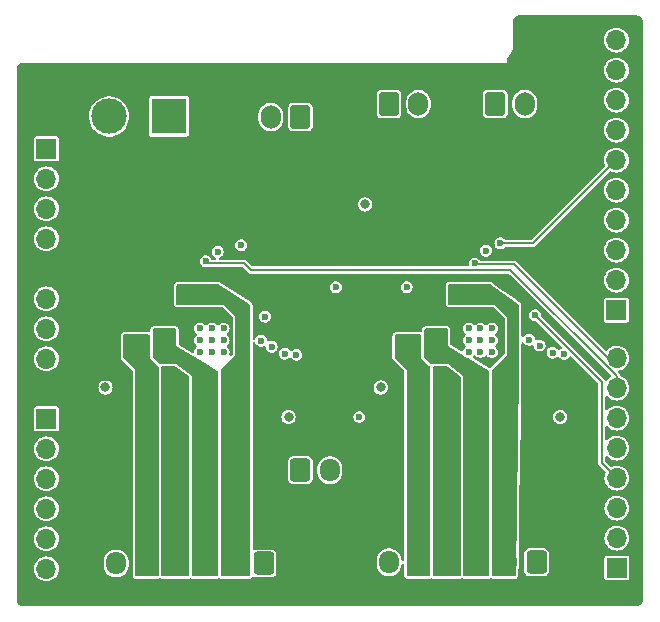
<source format=gbr>
%TF.GenerationSoftware,KiCad,Pcbnew,8.0.6*%
%TF.CreationDate,2025-01-28T15:40:01+01:00*%
%TF.ProjectId,Drivers_PCB,44726976-6572-4735-9f50-43422e6b6963,rev?*%
%TF.SameCoordinates,Original*%
%TF.FileFunction,Copper,L2,Inr*%
%TF.FilePolarity,Positive*%
%FSLAX46Y46*%
G04 Gerber Fmt 4.6, Leading zero omitted, Abs format (unit mm)*
G04 Created by KiCad (PCBNEW 8.0.6) date 2025-01-28 15:40:01*
%MOMM*%
%LPD*%
G01*
G04 APERTURE LIST*
G04 Aperture macros list*
%AMRoundRect*
0 Rectangle with rounded corners*
0 $1 Rounding radius*
0 $2 $3 $4 $5 $6 $7 $8 $9 X,Y pos of 4 corners*
0 Add a 4 corners polygon primitive as box body*
4,1,4,$2,$3,$4,$5,$6,$7,$8,$9,$2,$3,0*
0 Add four circle primitives for the rounded corners*
1,1,$1+$1,$2,$3*
1,1,$1+$1,$4,$5*
1,1,$1+$1,$6,$7*
1,1,$1+$1,$8,$9*
0 Add four rect primitives between the rounded corners*
20,1,$1+$1,$2,$3,$4,$5,0*
20,1,$1+$1,$4,$5,$6,$7,0*
20,1,$1+$1,$6,$7,$8,$9,0*
20,1,$1+$1,$8,$9,$2,$3,0*%
G04 Aperture macros list end*
%TA.AperFunction,ComponentPad*%
%ADD10R,3.000000X3.000000*%
%TD*%
%TA.AperFunction,ComponentPad*%
%ADD11C,3.000000*%
%TD*%
%TA.AperFunction,ComponentPad*%
%ADD12RoundRect,0.250000X0.600000X0.725000X-0.600000X0.725000X-0.600000X-0.725000X0.600000X-0.725000X0*%
%TD*%
%TA.AperFunction,ComponentPad*%
%ADD13O,1.700000X1.950000*%
%TD*%
%TA.AperFunction,ComponentPad*%
%ADD14RoundRect,0.250000X-0.600000X-0.750000X0.600000X-0.750000X0.600000X0.750000X-0.600000X0.750000X0*%
%TD*%
%TA.AperFunction,ComponentPad*%
%ADD15O,1.700000X2.000000*%
%TD*%
%TA.AperFunction,ComponentPad*%
%ADD16RoundRect,0.250000X-0.600000X-0.725000X0.600000X-0.725000X0.600000X0.725000X-0.600000X0.725000X0*%
%TD*%
%TA.AperFunction,ComponentPad*%
%ADD17RoundRect,0.250000X0.600000X0.750000X-0.600000X0.750000X-0.600000X-0.750000X0.600000X-0.750000X0*%
%TD*%
%TA.AperFunction,ComponentPad*%
%ADD18R,1.700000X1.700000*%
%TD*%
%TA.AperFunction,ComponentPad*%
%ADD19O,1.700000X1.700000*%
%TD*%
%TA.AperFunction,ViaPad*%
%ADD20C,0.600000*%
%TD*%
%TA.AperFunction,ViaPad*%
%ADD21C,0.800000*%
%TD*%
%TA.AperFunction,Conductor*%
%ADD22C,0.200000*%
%TD*%
G04 APERTURE END LIST*
D10*
%TO.N,Net-(J1-Pin_1)*%
%TO.C,J1*%
X105390000Y-52050000D03*
D11*
%TO.N,GND*%
X100310000Y-52050000D03*
%TD*%
D12*
%TO.N,unconnected-(J5-Pin_1-Pad1)*%
%TO.C,J5*%
X136500000Y-89800000D03*
D13*
%TO.N,GREEN2*%
X134000000Y-89800000D03*
%TO.N,BLACK2*%
X131500000Y-89800000D03*
%TO.N,BLUE2*%
X129000000Y-89800000D03*
%TO.N,RED2*%
X126500000Y-89800000D03*
%TO.N,unconnected-(J5-Pin_6-Pad6)*%
X124000000Y-89800000D03*
%TD*%
D14*
%TO.N,IR_LED*%
%TO.C,J6*%
X133000000Y-51000000D03*
D15*
%TO.N,GND*%
X135500000Y-51000000D03*
%TD*%
D12*
%TO.N,unconnected-(J3-Pin_1-Pad1)*%
%TO.C,J3*%
X113400000Y-89900000D03*
D13*
%TO.N,GREEN1*%
X110900000Y-89900000D03*
%TO.N,BLACK1*%
X108400000Y-89900000D03*
%TO.N,BLUE1*%
X105900000Y-89900000D03*
%TO.N,RED1*%
X103400000Y-89900000D03*
%TO.N,unconnected-(J3-Pin_6-Pad6)*%
X100900000Y-89900000D03*
%TD*%
D16*
%TO.N,EOC_SWITCH*%
%TO.C,J4*%
X116500000Y-82000000D03*
D13*
%TO.N,GND*%
X119000000Y-82000000D03*
%TO.N,VDD*%
X121500000Y-82000000D03*
%TD*%
D17*
%TO.N,VBB*%
%TO.C,J11*%
X116500000Y-52100000D03*
D15*
%TO.N,Net-(J1-Pin_1)*%
X114000000Y-52100000D03*
%TD*%
D14*
%TO.N,VBB*%
%TO.C,J2*%
X124000000Y-51000000D03*
D15*
%TO.N,GND*%
X126500000Y-51000000D03*
%TD*%
D18*
%TO.N,EN1*%
%TO.C,J8*%
X95000000Y-77650000D03*
D19*
%TO.N,EN2*%
X95000000Y-80190000D03*
%TO.N,EOC_SWITCH*%
X95000000Y-82730000D03*
%TO.N,unconnected-(J8-Pin_4-Pad4)*%
X95000000Y-85270000D03*
%TO.N,unconnected-(J8-Pin_5-Pad5)*%
X95000000Y-87810000D03*
%TO.N,unconnected-(J8-Pin_6-Pad6)*%
X95000000Y-90350000D03*
%TD*%
D18*
%TO.N,unconnected-(J7-Pin_1-Pad1)*%
%TO.C,J7*%
X95000000Y-54790000D03*
D19*
%TO.N,unconnected-(J7-Pin_2-Pad2)*%
X95000000Y-57330000D03*
%TO.N,unconnected-(J7-Pin_3-Pad3)*%
X95000000Y-59870000D03*
%TO.N,VREF*%
X95000000Y-62410000D03*
%TO.N,VDD*%
X95000000Y-64950000D03*
%TO.N,GND*%
X95000000Y-67490000D03*
X95000000Y-70030000D03*
%TO.N,unconnected-(J7-Pin_8-Pad8)*%
X95000000Y-72570000D03*
%TD*%
D18*
%TO.N,MS1*%
%TO.C,J9*%
X143250000Y-68450000D03*
D19*
%TO.N,MS2*%
X143250000Y-65910000D03*
%TO.N,MS3*%
X143250000Y-63370000D03*
%TO.N,STEP1*%
X143250000Y-60830000D03*
%TO.N,IR_LED*%
X143250000Y-58290000D03*
%TO.N,STEP2*%
X143250000Y-55750000D03*
%TO.N,GND*%
X143250000Y-53210000D03*
%TO.N,unconnected-(J9-Pin_8-Pad8)*%
X143250000Y-50670000D03*
%TO.N,unconnected-(J9-Pin_9-Pad9)*%
X143250000Y-48130000D03*
%TO.N,unconnected-(J9-Pin_10-Pad10)*%
X143250000Y-45590000D03*
%TD*%
D18*
%TO.N,unconnected-(J10-Pin_1-Pad1)*%
%TO.C,J10*%
X143300000Y-90290000D03*
D19*
%TO.N,unconnected-(J10-Pin_2-Pad2)*%
X143300000Y-87750000D03*
%TO.N,SLEEP1*%
X143300000Y-85210000D03*
%TO.N,SLEEP2*%
X143300000Y-82670000D03*
%TO.N,RESET1*%
X143300000Y-80130000D03*
%TO.N,RESET2*%
X143300000Y-77590000D03*
%TO.N,DIR1*%
X143300000Y-75050000D03*
%TO.N,DIR2*%
X143300000Y-72510000D03*
%TD*%
D20*
%TO.N,GND*%
X131750000Y-72000000D03*
X110000000Y-70000000D03*
X108000000Y-71000000D03*
X109000000Y-71000000D03*
X110000000Y-72000000D03*
X130750000Y-71000000D03*
X119500000Y-66500000D03*
X108000000Y-70000000D03*
X132750000Y-71000000D03*
X132750000Y-72000000D03*
X110000000Y-71000000D03*
X109000000Y-72000000D03*
X131750000Y-70000000D03*
X130750000Y-72000000D03*
X109000000Y-70000000D03*
X125500000Y-66500000D03*
X131750000Y-71000000D03*
X108000000Y-72000000D03*
X130750000Y-70000000D03*
X132750000Y-70000000D03*
D21*
%TO.N,VBB*%
X115500000Y-77500000D03*
X123300000Y-75000000D03*
X122000000Y-59500000D03*
X138500000Y-77500000D03*
X100000000Y-75000000D03*
%TO.N,VDD*%
X111500000Y-66500000D03*
X134250000Y-66500000D03*
%TO.N,BLUE1*%
X106000000Y-75100000D03*
%TO.N,GREEN1*%
X106900000Y-66900000D03*
%TO.N,RED1*%
X102500000Y-71000000D03*
%TO.N,BLACK1*%
X104900000Y-70500000D03*
%TO.N,RED2*%
X125000000Y-71000000D03*
D20*
%TO.N,SLEEP1*%
X113500000Y-69000000D03*
D21*
%TO.N,BLACK2*%
X127500000Y-70500000D03*
%TO.N,BLUE2*%
X128700000Y-75100000D03*
%TO.N,GREEN2*%
X129900000Y-66900000D03*
D20*
%TO.N,RESET1*%
X116170000Y-72240000D03*
%TO.N,DIR1*%
X108500000Y-64300000D03*
%TO.N,STEP1*%
X111493760Y-62950000D03*
%TO.N,MS3*%
X135850000Y-70950000D03*
X113170000Y-71040000D03*
%TO.N,MS1*%
X115170000Y-72140000D03*
X137850000Y-72050000D03*
%TO.N,MS2*%
X136750000Y-71450000D03*
X114070000Y-71540000D03*
%TO.N,STEP2*%
X133430000Y-62800000D03*
%TO.N,EN2*%
X121500000Y-77500000D03*
%TO.N,RESET2*%
X138850000Y-72150000D03*
%TO.N,DIR2*%
X131250000Y-64500000D03*
%TO.N,SLEEP2*%
X136375000Y-68875000D03*
%TO.N,VREF*%
X109500000Y-63500000D03*
X132200000Y-63410000D03*
%TD*%
D22*
%TO.N,DIR1*%
X108700000Y-64500000D02*
X111739950Y-64500000D01*
X134284365Y-65050000D02*
X143300000Y-74065635D01*
X111739950Y-64500000D02*
X112289950Y-65050000D01*
X112289950Y-65050000D02*
X134284365Y-65050000D01*
X108500000Y-64300000D02*
X108700000Y-64500000D01*
X143300000Y-74065635D02*
X143300000Y-75050000D01*
%TO.N,STEP2*%
X133430000Y-62800000D02*
X136200000Y-62800000D01*
X136200000Y-62800000D02*
X143250000Y-55750000D01*
%TO.N,DIR2*%
X134550000Y-64550000D02*
X142510000Y-72510000D01*
X142510000Y-72510000D02*
X143300000Y-72510000D01*
X131300000Y-64550000D02*
X134550000Y-64550000D01*
X131250000Y-64500000D02*
X131300000Y-64550000D01*
%TO.N,SLEEP2*%
X142000000Y-81370000D02*
X143300000Y-82670000D01*
X136375000Y-68875000D02*
X142000000Y-74500000D01*
X142000000Y-74500000D02*
X142000000Y-81370000D01*
%TD*%
%TA.AperFunction,Conductor*%
%TO.N,VDD*%
G36*
X145006922Y-43501280D02*
G01*
X145097266Y-43511459D01*
X145124331Y-43517636D01*
X145203540Y-43545352D01*
X145228553Y-43557398D01*
X145299606Y-43602043D01*
X145321313Y-43619355D01*
X145380644Y-43678686D01*
X145397957Y-43700395D01*
X145442600Y-43771444D01*
X145454648Y-43796462D01*
X145482362Y-43875666D01*
X145488540Y-43902735D01*
X145498720Y-43993076D01*
X145499500Y-44006961D01*
X145499500Y-92993038D01*
X145498720Y-93006923D01*
X145488540Y-93097264D01*
X145482362Y-93124333D01*
X145454648Y-93203537D01*
X145442600Y-93228555D01*
X145397957Y-93299604D01*
X145380644Y-93321313D01*
X145321313Y-93380644D01*
X145299604Y-93397957D01*
X145228555Y-93442600D01*
X145203537Y-93454648D01*
X145124333Y-93482362D01*
X145097264Y-93488540D01*
X145017075Y-93497576D01*
X145006921Y-93498720D01*
X144993038Y-93499500D01*
X93006962Y-93499500D01*
X92993078Y-93498720D01*
X92980553Y-93497308D01*
X92902735Y-93488540D01*
X92875666Y-93482362D01*
X92796462Y-93454648D01*
X92771444Y-93442600D01*
X92700395Y-93397957D01*
X92678686Y-93380644D01*
X92619355Y-93321313D01*
X92602042Y-93299604D01*
X92557399Y-93228555D01*
X92545351Y-93203537D01*
X92517637Y-93124333D01*
X92511459Y-93097263D01*
X92501280Y-93006922D01*
X92500500Y-92993038D01*
X92500500Y-90350000D01*
X93944417Y-90350000D01*
X93964699Y-90555932D01*
X93976446Y-90594655D01*
X94024768Y-90753954D01*
X94122315Y-90936450D01*
X94154362Y-90975500D01*
X94253589Y-91096410D01*
X94314908Y-91146732D01*
X94413550Y-91227685D01*
X94596046Y-91325232D01*
X94794066Y-91385300D01*
X94794065Y-91385300D01*
X94812529Y-91387118D01*
X95000000Y-91405583D01*
X95205934Y-91385300D01*
X95403954Y-91325232D01*
X95586450Y-91227685D01*
X95746410Y-91096410D01*
X95877685Y-90936450D01*
X95975232Y-90753954D01*
X96035300Y-90555934D01*
X96055583Y-90350000D01*
X96035300Y-90144066D01*
X95975232Y-89946046D01*
X95877685Y-89763550D01*
X95802167Y-89671530D01*
X99849500Y-89671530D01*
X99849500Y-90128469D01*
X99889868Y-90331412D01*
X99889870Y-90331420D01*
X99969058Y-90522596D01*
X100084024Y-90694657D01*
X100230342Y-90840975D01*
X100230345Y-90840977D01*
X100402402Y-90955941D01*
X100593580Y-91035130D01*
X100782187Y-91072646D01*
X100796530Y-91075499D01*
X100796534Y-91075500D01*
X100796535Y-91075500D01*
X101003466Y-91075500D01*
X101003467Y-91075499D01*
X101206420Y-91035130D01*
X101397598Y-90955941D01*
X101569655Y-90840977D01*
X101715977Y-90694655D01*
X101830941Y-90522598D01*
X101910130Y-90331420D01*
X101950500Y-90128465D01*
X101950500Y-89671535D01*
X101910130Y-89468580D01*
X101830941Y-89277402D01*
X101715977Y-89105345D01*
X101715975Y-89105342D01*
X101569657Y-88959024D01*
X101429811Y-88865583D01*
X101397598Y-88844059D01*
X101206420Y-88764870D01*
X101206412Y-88764868D01*
X101003469Y-88724500D01*
X101003465Y-88724500D01*
X100796535Y-88724500D01*
X100796530Y-88724500D01*
X100593587Y-88764868D01*
X100593579Y-88764870D01*
X100402403Y-88844058D01*
X100230342Y-88959024D01*
X100084024Y-89105342D01*
X99969058Y-89277403D01*
X99889870Y-89468579D01*
X99889868Y-89468587D01*
X99849500Y-89671530D01*
X95802167Y-89671530D01*
X95786144Y-89652006D01*
X95746410Y-89603589D01*
X95586452Y-89472317D01*
X95586453Y-89472317D01*
X95586450Y-89472315D01*
X95403954Y-89374768D01*
X95205934Y-89314700D01*
X95205932Y-89314699D01*
X95205934Y-89314699D01*
X95000000Y-89294417D01*
X94794067Y-89314699D01*
X94596043Y-89374769D01*
X94510958Y-89420249D01*
X94413550Y-89472315D01*
X94413548Y-89472316D01*
X94413547Y-89472317D01*
X94253589Y-89603589D01*
X94122317Y-89763547D01*
X94024769Y-89946043D01*
X93964699Y-90144067D01*
X93944417Y-90350000D01*
X92500500Y-90350000D01*
X92500500Y-87810000D01*
X93944417Y-87810000D01*
X93964699Y-88015932D01*
X93964700Y-88015934D01*
X94024768Y-88213954D01*
X94122315Y-88396450D01*
X94122317Y-88396452D01*
X94253589Y-88556410D01*
X94336558Y-88624500D01*
X94413550Y-88687685D01*
X94596046Y-88785232D01*
X94794066Y-88845300D01*
X94794065Y-88845300D01*
X94812529Y-88847118D01*
X95000000Y-88865583D01*
X95205934Y-88845300D01*
X95403954Y-88785232D01*
X95586450Y-88687685D01*
X95746410Y-88556410D01*
X95877685Y-88396450D01*
X95975232Y-88213954D01*
X96035300Y-88015934D01*
X96055583Y-87810000D01*
X96035300Y-87604066D01*
X95975232Y-87406046D01*
X95877685Y-87223550D01*
X95825702Y-87160209D01*
X95746410Y-87063589D01*
X95586452Y-86932317D01*
X95586453Y-86932317D01*
X95586450Y-86932315D01*
X95403954Y-86834768D01*
X95205934Y-86774700D01*
X95205932Y-86774699D01*
X95205934Y-86774699D01*
X95000000Y-86754417D01*
X94794067Y-86774699D01*
X94596043Y-86834769D01*
X94525801Y-86872315D01*
X94413550Y-86932315D01*
X94413548Y-86932316D01*
X94413547Y-86932317D01*
X94253589Y-87063589D01*
X94122317Y-87223547D01*
X94024769Y-87406043D01*
X93964699Y-87604067D01*
X93944417Y-87810000D01*
X92500500Y-87810000D01*
X92500500Y-85270000D01*
X93944417Y-85270000D01*
X93964699Y-85475932D01*
X93964700Y-85475934D01*
X94024768Y-85673954D01*
X94122315Y-85856450D01*
X94122317Y-85856452D01*
X94253589Y-86016410D01*
X94340436Y-86087682D01*
X94413550Y-86147685D01*
X94596046Y-86245232D01*
X94794066Y-86305300D01*
X94794065Y-86305300D01*
X94812529Y-86307118D01*
X95000000Y-86325583D01*
X95205934Y-86305300D01*
X95403954Y-86245232D01*
X95586450Y-86147685D01*
X95746410Y-86016410D01*
X95877685Y-85856450D01*
X95975232Y-85673954D01*
X96035300Y-85475934D01*
X96055583Y-85270000D01*
X96035300Y-85064066D01*
X95975232Y-84866046D01*
X95877685Y-84683550D01*
X95825702Y-84620209D01*
X95746410Y-84523589D01*
X95586452Y-84392317D01*
X95586453Y-84392317D01*
X95586450Y-84392315D01*
X95403954Y-84294768D01*
X95205934Y-84234700D01*
X95205932Y-84234699D01*
X95205934Y-84234699D01*
X95000000Y-84214417D01*
X94794067Y-84234699D01*
X94596043Y-84294769D01*
X94525801Y-84332315D01*
X94413550Y-84392315D01*
X94413548Y-84392316D01*
X94413547Y-84392317D01*
X94253589Y-84523589D01*
X94122317Y-84683547D01*
X94024769Y-84866043D01*
X93964699Y-85064067D01*
X93944417Y-85270000D01*
X92500500Y-85270000D01*
X92500500Y-82730000D01*
X93944417Y-82730000D01*
X93964699Y-82935932D01*
X93994734Y-83034944D01*
X94024768Y-83133954D01*
X94122315Y-83316450D01*
X94122317Y-83316452D01*
X94253589Y-83476410D01*
X94340436Y-83547682D01*
X94413550Y-83607685D01*
X94596046Y-83705232D01*
X94794066Y-83765300D01*
X94794065Y-83765300D01*
X94812529Y-83767118D01*
X95000000Y-83785583D01*
X95205934Y-83765300D01*
X95403954Y-83705232D01*
X95586450Y-83607685D01*
X95746410Y-83476410D01*
X95877685Y-83316450D01*
X95975232Y-83133954D01*
X96035300Y-82935934D01*
X96055583Y-82730000D01*
X96035300Y-82524066D01*
X95975232Y-82326046D01*
X95877685Y-82143550D01*
X95825702Y-82080209D01*
X95746410Y-81983589D01*
X95586452Y-81852317D01*
X95586453Y-81852317D01*
X95586450Y-81852315D01*
X95403954Y-81754768D01*
X95205934Y-81694700D01*
X95205932Y-81694699D01*
X95205934Y-81694699D01*
X95000000Y-81674417D01*
X94794067Y-81694699D01*
X94596043Y-81754769D01*
X94564677Y-81771535D01*
X94413550Y-81852315D01*
X94413548Y-81852316D01*
X94413547Y-81852317D01*
X94253589Y-81983589D01*
X94153400Y-82105672D01*
X94122315Y-82143550D01*
X94083643Y-82215898D01*
X94024769Y-82326043D01*
X93964699Y-82524067D01*
X93944417Y-82730000D01*
X92500500Y-82730000D01*
X92500500Y-80190000D01*
X93944417Y-80190000D01*
X93964699Y-80395932D01*
X93964700Y-80395934D01*
X94024768Y-80593954D01*
X94122315Y-80776450D01*
X94156969Y-80818677D01*
X94253589Y-80936410D01*
X94273622Y-80952850D01*
X94413550Y-81067685D01*
X94596046Y-81165232D01*
X94794066Y-81225300D01*
X94794065Y-81225300D01*
X94812529Y-81227118D01*
X95000000Y-81245583D01*
X95205934Y-81225300D01*
X95403954Y-81165232D01*
X95586450Y-81067685D01*
X95746410Y-80936410D01*
X95877685Y-80776450D01*
X95975232Y-80593954D01*
X96035300Y-80395934D01*
X96055583Y-80190000D01*
X96035300Y-79984066D01*
X95975232Y-79786046D01*
X95877685Y-79603550D01*
X95825702Y-79540209D01*
X95746410Y-79443589D01*
X95586452Y-79312317D01*
X95586453Y-79312317D01*
X95586450Y-79312315D01*
X95403954Y-79214768D01*
X95205934Y-79154700D01*
X95205932Y-79154699D01*
X95205934Y-79154699D01*
X95000000Y-79134417D01*
X94794067Y-79154699D01*
X94596043Y-79214769D01*
X94525801Y-79252315D01*
X94413550Y-79312315D01*
X94413548Y-79312316D01*
X94413547Y-79312317D01*
X94253589Y-79443589D01*
X94122317Y-79603547D01*
X94024769Y-79786043D01*
X93964699Y-79984067D01*
X93944417Y-80190000D01*
X92500500Y-80190000D01*
X92500500Y-76780247D01*
X93949500Y-76780247D01*
X93949500Y-78519752D01*
X93961131Y-78578229D01*
X93961132Y-78578230D01*
X94005447Y-78644552D01*
X94071769Y-78688867D01*
X94071770Y-78688868D01*
X94130247Y-78700499D01*
X94130250Y-78700500D01*
X94130252Y-78700500D01*
X95869750Y-78700500D01*
X95869751Y-78700499D01*
X95884568Y-78697552D01*
X95928229Y-78688868D01*
X95928229Y-78688867D01*
X95928231Y-78688867D01*
X95994552Y-78644552D01*
X96038867Y-78578231D01*
X96038867Y-78578229D01*
X96038868Y-78578229D01*
X96050499Y-78519752D01*
X96050500Y-78519750D01*
X96050500Y-76780249D01*
X96050499Y-76780247D01*
X96038868Y-76721770D01*
X96038867Y-76721769D01*
X95994552Y-76655447D01*
X95928230Y-76611132D01*
X95928229Y-76611131D01*
X95869752Y-76599500D01*
X95869748Y-76599500D01*
X94130252Y-76599500D01*
X94130247Y-76599500D01*
X94071770Y-76611131D01*
X94071769Y-76611132D01*
X94005447Y-76655447D01*
X93961132Y-76721769D01*
X93961131Y-76721770D01*
X93949500Y-76780247D01*
X92500500Y-76780247D01*
X92500500Y-74999998D01*
X99394318Y-74999998D01*
X99394318Y-75000001D01*
X99414955Y-75156760D01*
X99414956Y-75156762D01*
X99475464Y-75302841D01*
X99571718Y-75428282D01*
X99697159Y-75524536D01*
X99843238Y-75585044D01*
X99921619Y-75595363D01*
X99999999Y-75605682D01*
X100000000Y-75605682D01*
X100000001Y-75605682D01*
X100052254Y-75598802D01*
X100156762Y-75585044D01*
X100302841Y-75524536D01*
X100428282Y-75428282D01*
X100524536Y-75302841D01*
X100585044Y-75156762D01*
X100605682Y-75000000D01*
X100585044Y-74843238D01*
X100524536Y-74697159D01*
X100428282Y-74571718D01*
X100302841Y-74475464D01*
X100156762Y-74414956D01*
X100156760Y-74414955D01*
X100000001Y-74394318D01*
X99999999Y-74394318D01*
X99843239Y-74414955D01*
X99843237Y-74414956D01*
X99697160Y-74475463D01*
X99571718Y-74571718D01*
X99475463Y-74697160D01*
X99414956Y-74843237D01*
X99414955Y-74843239D01*
X99394318Y-74999998D01*
X92500500Y-74999998D01*
X92500500Y-72570000D01*
X93944417Y-72570000D01*
X93964699Y-72775932D01*
X93964700Y-72775934D01*
X94024768Y-72973954D01*
X94122315Y-73156450D01*
X94122317Y-73156452D01*
X94253589Y-73316410D01*
X94340414Y-73387664D01*
X94413550Y-73447685D01*
X94596046Y-73545232D01*
X94794066Y-73605300D01*
X94794065Y-73605300D01*
X94812529Y-73607118D01*
X95000000Y-73625583D01*
X95205934Y-73605300D01*
X95403954Y-73545232D01*
X95586450Y-73447685D01*
X95746410Y-73316410D01*
X95877685Y-73156450D01*
X95975232Y-72973954D01*
X96035300Y-72775934D01*
X96055583Y-72570000D01*
X96035300Y-72364066D01*
X95975232Y-72166046D01*
X95877685Y-71983550D01*
X95815308Y-71907543D01*
X95746410Y-71823589D01*
X95625402Y-71724282D01*
X95586450Y-71692315D01*
X95403954Y-71594768D01*
X95205934Y-71534700D01*
X95205932Y-71534699D01*
X95205934Y-71534699D01*
X95000000Y-71514417D01*
X94794067Y-71534699D01*
X94640764Y-71581203D01*
X94603665Y-71592457D01*
X94596043Y-71594769D01*
X94525801Y-71632315D01*
X94413550Y-71692315D01*
X94413548Y-71692316D01*
X94413547Y-71692317D01*
X94253589Y-71823589D01*
X94122317Y-71983547D01*
X94122315Y-71983550D01*
X94101027Y-72023377D01*
X94024769Y-72166043D01*
X94024768Y-72166045D01*
X94024768Y-72166046D01*
X94017898Y-72188692D01*
X93964699Y-72364067D01*
X93944417Y-72570000D01*
X92500500Y-72570000D01*
X92500500Y-70030000D01*
X93944417Y-70030000D01*
X93964699Y-70235932D01*
X93983637Y-70298361D01*
X94024768Y-70433954D01*
X94122315Y-70616450D01*
X94123468Y-70617855D01*
X94253589Y-70776410D01*
X94318522Y-70829698D01*
X94413550Y-70907685D01*
X94596046Y-71005232D01*
X94794066Y-71065300D01*
X94794065Y-71065300D01*
X94812529Y-71067118D01*
X95000000Y-71085583D01*
X95205934Y-71065300D01*
X95403954Y-71005232D01*
X95586450Y-70907685D01*
X95746410Y-70776410D01*
X95871486Y-70624003D01*
X101294500Y-70624003D01*
X101294500Y-72448638D01*
X101295678Y-72470618D01*
X101298511Y-72496965D01*
X101298512Y-72496967D01*
X101322470Y-72573478D01*
X101322471Y-72573483D01*
X101324866Y-72577869D01*
X101355956Y-72634805D01*
X101355958Y-72634808D01*
X101355960Y-72634811D01*
X101390998Y-72681615D01*
X101391002Y-72681619D01*
X101391009Y-72681629D01*
X101391016Y-72681636D01*
X102258181Y-73548801D01*
X102291666Y-73610124D01*
X102294500Y-73636482D01*
X102294500Y-90876007D01*
X102299197Y-90919686D01*
X102310397Y-90971174D01*
X102312890Y-90981372D01*
X102312891Y-90981375D01*
X102355899Y-91062083D01*
X102355901Y-91062086D01*
X102401660Y-91114895D01*
X102413570Y-91127050D01*
X102419246Y-91132843D01*
X102419247Y-91132844D01*
X102419249Y-91132845D01*
X102499059Y-91177488D01*
X102499063Y-91177490D01*
X102566102Y-91197175D01*
X102624000Y-91205500D01*
X102624004Y-91205500D01*
X104375991Y-91205500D01*
X104376000Y-91205500D01*
X104419684Y-91200803D01*
X104448875Y-91194452D01*
X104471174Y-91189602D01*
X104471190Y-91189598D01*
X104471195Y-91189597D01*
X104481373Y-91187110D01*
X104544727Y-91153349D01*
X104613145Y-91139194D01*
X104663574Y-91154562D01*
X104704557Y-91177487D01*
X104704563Y-91177490D01*
X104771602Y-91197175D01*
X104829500Y-91205500D01*
X104829504Y-91205500D01*
X106970491Y-91205500D01*
X106970500Y-91205500D01*
X107014184Y-91200803D01*
X107043375Y-91194452D01*
X107065674Y-91189602D01*
X107065690Y-91189598D01*
X107065695Y-91189597D01*
X107075873Y-91187110D01*
X107139227Y-91153349D01*
X107207645Y-91139194D01*
X107258074Y-91154562D01*
X107299057Y-91177487D01*
X107299063Y-91177490D01*
X107366102Y-91197175D01*
X107424000Y-91205500D01*
X107424004Y-91205500D01*
X109375991Y-91205500D01*
X109376000Y-91205500D01*
X109419684Y-91200803D01*
X109448875Y-91194452D01*
X109471174Y-91189602D01*
X109471190Y-91189598D01*
X109471195Y-91189597D01*
X109481373Y-91187110D01*
X109562085Y-91144100D01*
X109562087Y-91144097D01*
X109567514Y-91141206D01*
X109635934Y-91127050D01*
X109686363Y-91142418D01*
X109694074Y-91146731D01*
X109749063Y-91177490D01*
X109816102Y-91197175D01*
X109874000Y-91205500D01*
X109874004Y-91205500D01*
X112125991Y-91205500D01*
X112126000Y-91205500D01*
X112169684Y-91200803D01*
X112198875Y-91194452D01*
X112221174Y-91189602D01*
X112221190Y-91189598D01*
X112221195Y-91189597D01*
X112231373Y-91187110D01*
X112312085Y-91144100D01*
X112364889Y-91098345D01*
X112382843Y-91080754D01*
X112394829Y-91059325D01*
X112444733Y-91010429D01*
X112513154Y-90996274D01*
X112576680Y-91020090D01*
X112586280Y-91027174D01*
X112587118Y-91027793D01*
X112608089Y-91035131D01*
X112715299Y-91072646D01*
X112745730Y-91075500D01*
X112745734Y-91075500D01*
X114054270Y-91075500D01*
X114084699Y-91072646D01*
X114084701Y-91072646D01*
X114148790Y-91050219D01*
X114212882Y-91027793D01*
X114322150Y-90947150D01*
X114402793Y-90837882D01*
X114432161Y-90753954D01*
X114447646Y-90709701D01*
X114447646Y-90709699D01*
X114450500Y-90679269D01*
X114450500Y-89571530D01*
X122949500Y-89571530D01*
X122949500Y-90028469D01*
X122989868Y-90231412D01*
X122989870Y-90231420D01*
X123069058Y-90422596D01*
X123184024Y-90594657D01*
X123330342Y-90740975D01*
X123330345Y-90740977D01*
X123502402Y-90855941D01*
X123693580Y-90935130D01*
X123874787Y-90971174D01*
X123896530Y-90975499D01*
X123896534Y-90975500D01*
X123896535Y-90975500D01*
X124103466Y-90975500D01*
X124103467Y-90975499D01*
X124306420Y-90935130D01*
X124497598Y-90855941D01*
X124669655Y-90740977D01*
X124815977Y-90594655D01*
X124930941Y-90422598D01*
X125010130Y-90231420D01*
X125044071Y-90060787D01*
X125048883Y-90036596D01*
X125081268Y-89974685D01*
X125141983Y-89940111D01*
X125211753Y-89943850D01*
X125268425Y-89984716D01*
X125294006Y-90049734D01*
X125294500Y-90060787D01*
X125294500Y-90876007D01*
X125299197Y-90919686D01*
X125310397Y-90971174D01*
X125312890Y-90981372D01*
X125312891Y-90981375D01*
X125355899Y-91062083D01*
X125355901Y-91062086D01*
X125401660Y-91114895D01*
X125413570Y-91127050D01*
X125419246Y-91132843D01*
X125419247Y-91132844D01*
X125419249Y-91132845D01*
X125499059Y-91177488D01*
X125499063Y-91177490D01*
X125566102Y-91197175D01*
X125624000Y-91205500D01*
X125624004Y-91205500D01*
X127375991Y-91205500D01*
X127376000Y-91205500D01*
X127419684Y-91200803D01*
X127448875Y-91194452D01*
X127471174Y-91189602D01*
X127471190Y-91189598D01*
X127471195Y-91189597D01*
X127481373Y-91187110D01*
X127544727Y-91153349D01*
X127613145Y-91139194D01*
X127663574Y-91154562D01*
X127704557Y-91177487D01*
X127704563Y-91177490D01*
X127771602Y-91197175D01*
X127829500Y-91205500D01*
X127829504Y-91205500D01*
X129970491Y-91205500D01*
X129970500Y-91205500D01*
X130014184Y-91200803D01*
X130043375Y-91194452D01*
X130065674Y-91189602D01*
X130065690Y-91189598D01*
X130065695Y-91189597D01*
X130075873Y-91187110D01*
X130139227Y-91153349D01*
X130207645Y-91139194D01*
X130258074Y-91154562D01*
X130299057Y-91177487D01*
X130299063Y-91177490D01*
X130366102Y-91197175D01*
X130424000Y-91205500D01*
X130424004Y-91205500D01*
X132375991Y-91205500D01*
X132376000Y-91205500D01*
X132419684Y-91200803D01*
X132448875Y-91194452D01*
X132471174Y-91189602D01*
X132471190Y-91189598D01*
X132471195Y-91189597D01*
X132481373Y-91187110D01*
X132562085Y-91144100D01*
X132562087Y-91144097D01*
X132567514Y-91141206D01*
X132635934Y-91127050D01*
X132686363Y-91142418D01*
X132694074Y-91146731D01*
X132749063Y-91177490D01*
X132816102Y-91197175D01*
X132874000Y-91205500D01*
X132874004Y-91205500D01*
X134627760Y-91205500D01*
X134634800Y-91204768D01*
X134670005Y-91201111D01*
X134719900Y-91190630D01*
X134728678Y-91188584D01*
X134809996Y-91146732D01*
X134863448Y-91101736D01*
X134881653Y-91084401D01*
X134927435Y-91005229D01*
X134948075Y-90938477D01*
X134957225Y-90880706D01*
X134964602Y-90364251D01*
X134974028Y-90318575D01*
X135010130Y-90231420D01*
X135050500Y-90028465D01*
X135050500Y-89571535D01*
X135010130Y-89368580D01*
X134989660Y-89319162D01*
X134980235Y-89269943D01*
X134983795Y-89020730D01*
X135449500Y-89020730D01*
X135449500Y-90579269D01*
X135452353Y-90609699D01*
X135452353Y-90609701D01*
X135497206Y-90737880D01*
X135497207Y-90737882D01*
X135577850Y-90847150D01*
X135687118Y-90927793D01*
X135729845Y-90942744D01*
X135815299Y-90972646D01*
X135845730Y-90975500D01*
X135845734Y-90975500D01*
X137154270Y-90975500D01*
X137184699Y-90972646D01*
X137184701Y-90972646D01*
X137248790Y-90950219D01*
X137312882Y-90927793D01*
X137422150Y-90847150D01*
X137502793Y-90737882D01*
X137525219Y-90673790D01*
X137547646Y-90609701D01*
X137547646Y-90609699D01*
X137550500Y-90579269D01*
X137550500Y-89420247D01*
X142249500Y-89420247D01*
X142249500Y-91159752D01*
X142261131Y-91218229D01*
X142261132Y-91218230D01*
X142305447Y-91284552D01*
X142371769Y-91328867D01*
X142371770Y-91328868D01*
X142430247Y-91340499D01*
X142430250Y-91340500D01*
X142430252Y-91340500D01*
X144169750Y-91340500D01*
X144169751Y-91340499D01*
X144184568Y-91337552D01*
X144228229Y-91328868D01*
X144228229Y-91328867D01*
X144228231Y-91328867D01*
X144294552Y-91284552D01*
X144338867Y-91218231D01*
X144338867Y-91218229D01*
X144338868Y-91218229D01*
X144350499Y-91159752D01*
X144350500Y-91159750D01*
X144350500Y-89420249D01*
X144350499Y-89420247D01*
X144338868Y-89361770D01*
X144338867Y-89361769D01*
X144294552Y-89295447D01*
X144228230Y-89251132D01*
X144228229Y-89251131D01*
X144169752Y-89239500D01*
X144169748Y-89239500D01*
X142430252Y-89239500D01*
X142430247Y-89239500D01*
X142371770Y-89251131D01*
X142371769Y-89251132D01*
X142305447Y-89295447D01*
X142261132Y-89361769D01*
X142261131Y-89361770D01*
X142249500Y-89420247D01*
X137550500Y-89420247D01*
X137550500Y-89020730D01*
X137547646Y-88990300D01*
X137547646Y-88990298D01*
X137502793Y-88862119D01*
X137502792Y-88862117D01*
X137422150Y-88752850D01*
X137312882Y-88672207D01*
X137312880Y-88672206D01*
X137184700Y-88627353D01*
X137154270Y-88624500D01*
X137154266Y-88624500D01*
X135845734Y-88624500D01*
X135845730Y-88624500D01*
X135815300Y-88627353D01*
X135815298Y-88627353D01*
X135687119Y-88672206D01*
X135687117Y-88672207D01*
X135577850Y-88752850D01*
X135497207Y-88862117D01*
X135497206Y-88862119D01*
X135452353Y-88990298D01*
X135452353Y-88990300D01*
X135449500Y-89020730D01*
X134983795Y-89020730D01*
X135001948Y-87750000D01*
X142244417Y-87750000D01*
X142264699Y-87955932D01*
X142294734Y-88054944D01*
X142324768Y-88153954D01*
X142422315Y-88336450D01*
X142422317Y-88336452D01*
X142553589Y-88496410D01*
X142650209Y-88575702D01*
X142713550Y-88627685D01*
X142896046Y-88725232D01*
X143094066Y-88785300D01*
X143094065Y-88785300D01*
X143112529Y-88787118D01*
X143300000Y-88805583D01*
X143505934Y-88785300D01*
X143703954Y-88725232D01*
X143886450Y-88627685D01*
X144046410Y-88496410D01*
X144177685Y-88336450D01*
X144275232Y-88153954D01*
X144335300Y-87955934D01*
X144355583Y-87750000D01*
X144335300Y-87544066D01*
X144275232Y-87346046D01*
X144177685Y-87163550D01*
X144125702Y-87100209D01*
X144046410Y-87003589D01*
X143886452Y-86872317D01*
X143886453Y-86872317D01*
X143886450Y-86872315D01*
X143703954Y-86774768D01*
X143505934Y-86714700D01*
X143505932Y-86714699D01*
X143505934Y-86714699D01*
X143300000Y-86694417D01*
X143094067Y-86714699D01*
X142918692Y-86767898D01*
X142896274Y-86774699D01*
X142896043Y-86774769D01*
X142785898Y-86833643D01*
X142713550Y-86872315D01*
X142713548Y-86872316D01*
X142713547Y-86872317D01*
X142553589Y-87003589D01*
X142422317Y-87163547D01*
X142324769Y-87346043D01*
X142264699Y-87544067D01*
X142244417Y-87750000D01*
X135001948Y-87750000D01*
X135038234Y-85210000D01*
X142244417Y-85210000D01*
X142264699Y-85415932D01*
X142294734Y-85514944D01*
X142324768Y-85613954D01*
X142422315Y-85796450D01*
X142422317Y-85796452D01*
X142553589Y-85956410D01*
X142650209Y-86035702D01*
X142713550Y-86087685D01*
X142896046Y-86185232D01*
X143094066Y-86245300D01*
X143094065Y-86245300D01*
X143112529Y-86247118D01*
X143300000Y-86265583D01*
X143505934Y-86245300D01*
X143703954Y-86185232D01*
X143886450Y-86087685D01*
X144046410Y-85956410D01*
X144177685Y-85796450D01*
X144275232Y-85613954D01*
X144335300Y-85415934D01*
X144355583Y-85210000D01*
X144335300Y-85004066D01*
X144275232Y-84806046D01*
X144177685Y-84623550D01*
X144125702Y-84560209D01*
X144046410Y-84463589D01*
X143886452Y-84332317D01*
X143886453Y-84332317D01*
X143886450Y-84332315D01*
X143703954Y-84234768D01*
X143505934Y-84174700D01*
X143505932Y-84174699D01*
X143505934Y-84174699D01*
X143300000Y-84154417D01*
X143094067Y-84174699D01*
X142918692Y-84227898D01*
X142896274Y-84234699D01*
X142896043Y-84234769D01*
X142785898Y-84293643D01*
X142713550Y-84332315D01*
X142713548Y-84332316D01*
X142713547Y-84332317D01*
X142553589Y-84463589D01*
X142422317Y-84623547D01*
X142324769Y-84806043D01*
X142264699Y-85004067D01*
X142244417Y-85210000D01*
X135038234Y-85210000D01*
X135148378Y-77499998D01*
X137894318Y-77499998D01*
X137894318Y-77500001D01*
X137914955Y-77656760D01*
X137914956Y-77656762D01*
X137975464Y-77802841D01*
X138071718Y-77928282D01*
X138197159Y-78024536D01*
X138343238Y-78085044D01*
X138421619Y-78095363D01*
X138499999Y-78105682D01*
X138500000Y-78105682D01*
X138500001Y-78105682D01*
X138552254Y-78098802D01*
X138656762Y-78085044D01*
X138802841Y-78024536D01*
X138928282Y-77928282D01*
X139024536Y-77802841D01*
X139085044Y-77656762D01*
X139105682Y-77500000D01*
X139085044Y-77343238D01*
X139024536Y-77197159D01*
X138928282Y-77071718D01*
X138802841Y-76975464D01*
X138656762Y-76914956D01*
X138656760Y-76914955D01*
X138500001Y-76894318D01*
X138499999Y-76894318D01*
X138343239Y-76914955D01*
X138343237Y-76914956D01*
X138197160Y-76975463D01*
X138071718Y-77071718D01*
X137975463Y-77197160D01*
X137914956Y-77343237D01*
X137914955Y-77343239D01*
X137894318Y-77499998D01*
X135148378Y-77499998D01*
X135158002Y-76826351D01*
X135205463Y-73504070D01*
X135205463Y-73504013D01*
X135205466Y-73503845D01*
X135205481Y-73502418D01*
X135205494Y-73500647D01*
X135205500Y-73499139D01*
X135205500Y-71302948D01*
X135225185Y-71235909D01*
X135277989Y-71190154D01*
X135347147Y-71180210D01*
X135410703Y-71209235D01*
X135423213Y-71221746D01*
X135493574Y-71302948D01*
X135518872Y-71332143D01*
X135639947Y-71409953D01*
X135639950Y-71409954D01*
X135639949Y-71409954D01*
X135747107Y-71441417D01*
X135776336Y-71450000D01*
X135778036Y-71450499D01*
X135778038Y-71450500D01*
X135778039Y-71450500D01*
X135921962Y-71450500D01*
X135921962Y-71450499D01*
X136060053Y-71409953D01*
X136061171Y-71409234D01*
X136062448Y-71408859D01*
X136068118Y-71406270D01*
X136068490Y-71407084D01*
X136128207Y-71389547D01*
X136195248Y-71409228D01*
X136241005Y-71462029D01*
X136250952Y-71495900D01*
X136264834Y-71592456D01*
X136305937Y-71682457D01*
X136324623Y-71723373D01*
X136418872Y-71832143D01*
X136539947Y-71909953D01*
X136539950Y-71909954D01*
X136539949Y-71909954D01*
X136678036Y-71950499D01*
X136678038Y-71950500D01*
X136678039Y-71950500D01*
X136821962Y-71950500D01*
X136821962Y-71950499D01*
X136929121Y-71919035D01*
X136960050Y-71909954D01*
X136960050Y-71909953D01*
X136960053Y-71909953D01*
X137081128Y-71832143D01*
X137175377Y-71723373D01*
X137235165Y-71592457D01*
X137255647Y-71450000D01*
X137235165Y-71307543D01*
X137175377Y-71176627D01*
X137081128Y-71067857D01*
X136960053Y-70990047D01*
X136960051Y-70990046D01*
X136960049Y-70990045D01*
X136960050Y-70990045D01*
X136821963Y-70949500D01*
X136821961Y-70949500D01*
X136678039Y-70949500D01*
X136678036Y-70949500D01*
X136539949Y-70990045D01*
X136539945Y-70990047D01*
X136538816Y-70990773D01*
X136537530Y-70991150D01*
X136531882Y-70993730D01*
X136531510Y-70992917D01*
X136471775Y-71010452D01*
X136404737Y-70990762D01*
X136358987Y-70937955D01*
X136349047Y-70904098D01*
X136345756Y-70881210D01*
X136335165Y-70807543D01*
X136275377Y-70676627D01*
X136181128Y-70567857D01*
X136060053Y-70490047D01*
X136060051Y-70490046D01*
X136060049Y-70490045D01*
X136060050Y-70490045D01*
X135921963Y-70449500D01*
X135921961Y-70449500D01*
X135778039Y-70449500D01*
X135778036Y-70449500D01*
X135639949Y-70490045D01*
X135518873Y-70567856D01*
X135423213Y-70678254D01*
X135364435Y-70716028D01*
X135294565Y-70716028D01*
X135235787Y-70678254D01*
X135206762Y-70614698D01*
X135205500Y-70597051D01*
X135205500Y-68064566D01*
X135205500Y-68064561D01*
X135201628Y-68024856D01*
X135192370Y-67977842D01*
X135191031Y-67971563D01*
X135190853Y-67971195D01*
X135165966Y-67919684D01*
X135151245Y-67889215D01*
X135144506Y-67880787D01*
X135107624Y-67834657D01*
X135107606Y-67834638D01*
X135074090Y-67803194D01*
X135071915Y-67799496D01*
X135065076Y-67794709D01*
X135064956Y-67794625D01*
X135064954Y-67794623D01*
X135014290Y-67759159D01*
X135014291Y-67759159D01*
X134580417Y-67455447D01*
X133841783Y-66938402D01*
X133841778Y-66938400D01*
X133419002Y-66642457D01*
X132649867Y-66104063D01*
X132646495Y-66101752D01*
X132644439Y-66100373D01*
X132642423Y-66099020D01*
X132585855Y-66072513D01*
X132585849Y-66072510D01*
X132585843Y-66072508D01*
X132585835Y-66072505D01*
X132518821Y-66052827D01*
X132518812Y-66052825D01*
X132518810Y-66052825D01*
X132460912Y-66044500D01*
X129124000Y-66044500D01*
X129123992Y-66044500D01*
X129080313Y-66049197D01*
X129028825Y-66060397D01*
X129018627Y-66062890D01*
X129018624Y-66062891D01*
X128937916Y-66105899D01*
X128937913Y-66105901D01*
X128885104Y-66151660D01*
X128867160Y-66169242D01*
X128867154Y-66169249D01*
X128822511Y-66249059D01*
X128822509Y-66249064D01*
X128802826Y-66316096D01*
X128802825Y-66316101D01*
X128802825Y-66316102D01*
X128796867Y-66357543D01*
X128794500Y-66374003D01*
X128794500Y-67876007D01*
X128799197Y-67919686D01*
X128810397Y-67971174D01*
X128812016Y-67977795D01*
X128812890Y-67981373D01*
X128855900Y-68062085D01*
X128858050Y-68064566D01*
X128901660Y-68114895D01*
X128919242Y-68132839D01*
X128919246Y-68132843D01*
X128919247Y-68132844D01*
X128919249Y-68132845D01*
X128999059Y-68177488D01*
X128999063Y-68177490D01*
X129066102Y-68197175D01*
X129124000Y-68205500D01*
X132863518Y-68205500D01*
X132930557Y-68225185D01*
X132951199Y-68241819D01*
X133758181Y-69048801D01*
X133791666Y-69110124D01*
X133794500Y-69136482D01*
X133794500Y-72113517D01*
X133774815Y-72180556D01*
X133758181Y-72201198D01*
X132641016Y-73318362D01*
X132635465Y-73324542D01*
X132576019Y-73361257D01*
X132506161Y-73360005D01*
X132479425Y-73348002D01*
X131135387Y-72541579D01*
X131088028Y-72490208D01*
X131075961Y-72421388D01*
X131103016Y-72356970D01*
X131105435Y-72354090D01*
X131156288Y-72295402D01*
X131215066Y-72257629D01*
X131284936Y-72257629D01*
X131343712Y-72295403D01*
X131418872Y-72382143D01*
X131539947Y-72459953D01*
X131539950Y-72459954D01*
X131539949Y-72459954D01*
X131678036Y-72500499D01*
X131678038Y-72500500D01*
X131678039Y-72500500D01*
X131821962Y-72500500D01*
X131821962Y-72500499D01*
X131960053Y-72459953D01*
X132081128Y-72382143D01*
X132156287Y-72295403D01*
X132215064Y-72257629D01*
X132284934Y-72257629D01*
X132343711Y-72295402D01*
X132418872Y-72382143D01*
X132539947Y-72459953D01*
X132539950Y-72459954D01*
X132539949Y-72459954D01*
X132678036Y-72500499D01*
X132678038Y-72500500D01*
X132678039Y-72500500D01*
X132821962Y-72500500D01*
X132821962Y-72500499D01*
X132960053Y-72459953D01*
X133081128Y-72382143D01*
X133175377Y-72273373D01*
X133235165Y-72142457D01*
X133255647Y-72000000D01*
X133235165Y-71857543D01*
X133175377Y-71726627D01*
X133081128Y-71617857D01*
X133081125Y-71617855D01*
X133081125Y-71617854D01*
X133060058Y-71604316D01*
X133014302Y-71551513D01*
X133004358Y-71482354D01*
X133033382Y-71418798D01*
X133060058Y-71395684D01*
X133081125Y-71382145D01*
X133081125Y-71382144D01*
X133081128Y-71382143D01*
X133175377Y-71273373D01*
X133235165Y-71142457D01*
X133255647Y-71000000D01*
X133235165Y-70857543D01*
X133175377Y-70726627D01*
X133081128Y-70617857D01*
X133081125Y-70617855D01*
X133081125Y-70617854D01*
X133060058Y-70604316D01*
X133014302Y-70551513D01*
X133004358Y-70482354D01*
X133033382Y-70418798D01*
X133060058Y-70395684D01*
X133081125Y-70382145D01*
X133081125Y-70382144D01*
X133081128Y-70382143D01*
X133175377Y-70273373D01*
X133235165Y-70142457D01*
X133255647Y-70000000D01*
X133235165Y-69857543D01*
X133175377Y-69726627D01*
X133081128Y-69617857D01*
X132960053Y-69540047D01*
X132960051Y-69540046D01*
X132960049Y-69540045D01*
X132960050Y-69540045D01*
X132821963Y-69499500D01*
X132821961Y-69499500D01*
X132678039Y-69499500D01*
X132678036Y-69499500D01*
X132539949Y-69540045D01*
X132418873Y-69617856D01*
X132343713Y-69704596D01*
X132284935Y-69742370D01*
X132215065Y-69742370D01*
X132156287Y-69704596D01*
X132081128Y-69617857D01*
X131960053Y-69540047D01*
X131960051Y-69540046D01*
X131960049Y-69540045D01*
X131960050Y-69540045D01*
X131821963Y-69499500D01*
X131821961Y-69499500D01*
X131678039Y-69499500D01*
X131678036Y-69499500D01*
X131539949Y-69540045D01*
X131418873Y-69617856D01*
X131343713Y-69704596D01*
X131284935Y-69742370D01*
X131215065Y-69742370D01*
X131156287Y-69704596D01*
X131081128Y-69617857D01*
X130960053Y-69540047D01*
X130960051Y-69540046D01*
X130960049Y-69540045D01*
X130960050Y-69540045D01*
X130821963Y-69499500D01*
X130821961Y-69499500D01*
X130678039Y-69499500D01*
X130678036Y-69499500D01*
X130539949Y-69540045D01*
X130418873Y-69617856D01*
X130324623Y-69726626D01*
X130324622Y-69726628D01*
X130264834Y-69857543D01*
X130244353Y-70000000D01*
X130264834Y-70142456D01*
X130324622Y-70273371D01*
X130324623Y-70273373D01*
X130418872Y-70382143D01*
X130426324Y-70386932D01*
X130439943Y-70395685D01*
X130485698Y-70448489D01*
X130495641Y-70517648D01*
X130466615Y-70581203D01*
X130439943Y-70604315D01*
X130418874Y-70617855D01*
X130324623Y-70726626D01*
X130324622Y-70726628D01*
X130264834Y-70857543D01*
X130244353Y-71000000D01*
X130264834Y-71142456D01*
X130314086Y-71250301D01*
X130324623Y-71273373D01*
X130418872Y-71382143D01*
X130426324Y-71386932D01*
X130439943Y-71395685D01*
X130485698Y-71448489D01*
X130495641Y-71517648D01*
X130466615Y-71581203D01*
X130439943Y-71604315D01*
X130418874Y-71617855D01*
X130418872Y-71617856D01*
X130418872Y-71617857D01*
X130400118Y-71639500D01*
X130324623Y-71726626D01*
X130324622Y-71726628D01*
X130264500Y-71858275D01*
X130218745Y-71911079D01*
X130151705Y-71930763D01*
X130087908Y-71913092D01*
X129265702Y-71419768D01*
X129218344Y-71368397D01*
X129205500Y-71313439D01*
X129205500Y-70124008D01*
X129205499Y-70123992D01*
X129200803Y-70080316D01*
X129191875Y-70039276D01*
X129189602Y-70028825D01*
X129189348Y-70027789D01*
X129187110Y-70018627D01*
X129144100Y-69937915D01*
X129098345Y-69885111D01*
X129098339Y-69885104D01*
X129080757Y-69867160D01*
X129080756Y-69867159D01*
X129080754Y-69867157D01*
X129080752Y-69867156D01*
X129080750Y-69867154D01*
X129000940Y-69822511D01*
X129000935Y-69822509D01*
X128933903Y-69802826D01*
X128933899Y-69802825D01*
X128933898Y-69802825D01*
X128876000Y-69794500D01*
X127124000Y-69794500D01*
X127123992Y-69794500D01*
X127080313Y-69799197D01*
X127028825Y-69810397D01*
X127018627Y-69812890D01*
X127018624Y-69812891D01*
X126937916Y-69855899D01*
X126937913Y-69855901D01*
X126885104Y-69901660D01*
X126867160Y-69919242D01*
X126867154Y-69919249D01*
X126822511Y-69999059D01*
X126822509Y-69999064D01*
X126802826Y-70066096D01*
X126802825Y-70066101D01*
X126802825Y-70066102D01*
X126794502Y-70123992D01*
X126794500Y-70124003D01*
X126794500Y-70175623D01*
X126774815Y-70242662D01*
X126722011Y-70288417D01*
X126652853Y-70298361D01*
X126640542Y-70296590D01*
X126626000Y-70294500D01*
X124624000Y-70294500D01*
X124623992Y-70294500D01*
X124580313Y-70299197D01*
X124528825Y-70310397D01*
X124518627Y-70312890D01*
X124518624Y-70312891D01*
X124437916Y-70355899D01*
X124437913Y-70355901D01*
X124385104Y-70401660D01*
X124367160Y-70419242D01*
X124367154Y-70419249D01*
X124322511Y-70499059D01*
X124322509Y-70499064D01*
X124302826Y-70566096D01*
X124302825Y-70566101D01*
X124302825Y-70566102D01*
X124295384Y-70617857D01*
X124294500Y-70624003D01*
X124294500Y-72448638D01*
X124295678Y-72470618D01*
X124298511Y-72496965D01*
X124298512Y-72496967D01*
X124322470Y-72573478D01*
X124322471Y-72573483D01*
X124324866Y-72577869D01*
X124355956Y-72634805D01*
X124355958Y-72634808D01*
X124355960Y-72634811D01*
X124390998Y-72681615D01*
X124391002Y-72681619D01*
X124391009Y-72681629D01*
X124391016Y-72681636D01*
X125258181Y-73548801D01*
X125291666Y-73610124D01*
X125294500Y-73636482D01*
X125294500Y-89539212D01*
X125274815Y-89606251D01*
X125222011Y-89652006D01*
X125152853Y-89661950D01*
X125089297Y-89632925D01*
X125051523Y-89574147D01*
X125048883Y-89563403D01*
X125020408Y-89420252D01*
X125010130Y-89368580D01*
X124930941Y-89177402D01*
X124815977Y-89005345D01*
X124815975Y-89005342D01*
X124669657Y-88859024D01*
X124559215Y-88785230D01*
X124497598Y-88744059D01*
X124462145Y-88729374D01*
X124306420Y-88664870D01*
X124306412Y-88664868D01*
X124103469Y-88624500D01*
X124103465Y-88624500D01*
X123896535Y-88624500D01*
X123896530Y-88624500D01*
X123693587Y-88664868D01*
X123693579Y-88664870D01*
X123502403Y-88744058D01*
X123330342Y-88859024D01*
X123184024Y-89005342D01*
X123069058Y-89177403D01*
X122989870Y-89368579D01*
X122989868Y-89368587D01*
X122949500Y-89571530D01*
X114450500Y-89571530D01*
X114450500Y-89120730D01*
X114447646Y-89090300D01*
X114447646Y-89090298D01*
X114402793Y-88962119D01*
X114402792Y-88962117D01*
X114322150Y-88852850D01*
X114212882Y-88772207D01*
X114212880Y-88772206D01*
X114084700Y-88727353D01*
X114054270Y-88724500D01*
X114054266Y-88724500D01*
X112745734Y-88724500D01*
X112745730Y-88724500D01*
X112715302Y-88727353D01*
X112620454Y-88760542D01*
X112550676Y-88764103D01*
X112490048Y-88729374D01*
X112457821Y-88667381D01*
X112455500Y-88643500D01*
X112455500Y-81220730D01*
X115449500Y-81220730D01*
X115449500Y-82779269D01*
X115452353Y-82809699D01*
X115452353Y-82809701D01*
X115496525Y-82935934D01*
X115497207Y-82937882D01*
X115577850Y-83047150D01*
X115687118Y-83127793D01*
X115708089Y-83135131D01*
X115815299Y-83172646D01*
X115845730Y-83175500D01*
X115845734Y-83175500D01*
X117154270Y-83175500D01*
X117184699Y-83172646D01*
X117184701Y-83172646D01*
X117248790Y-83150219D01*
X117312882Y-83127793D01*
X117422150Y-83047150D01*
X117502793Y-82937882D01*
X117525219Y-82873790D01*
X117547646Y-82809701D01*
X117547646Y-82809699D01*
X117550500Y-82779269D01*
X117550500Y-81771530D01*
X117949500Y-81771530D01*
X117949500Y-82228469D01*
X117989868Y-82431412D01*
X117989870Y-82431420D01*
X118069058Y-82622596D01*
X118184024Y-82794657D01*
X118330342Y-82940975D01*
X118330345Y-82940977D01*
X118502402Y-83055941D01*
X118693580Y-83135130D01*
X118882187Y-83172646D01*
X118896530Y-83175499D01*
X118896534Y-83175500D01*
X118896535Y-83175500D01*
X119103466Y-83175500D01*
X119103467Y-83175499D01*
X119306420Y-83135130D01*
X119497598Y-83055941D01*
X119669655Y-82940977D01*
X119815977Y-82794655D01*
X119930941Y-82622598D01*
X120010130Y-82431420D01*
X120050500Y-82228465D01*
X120050500Y-81771535D01*
X120010130Y-81568580D01*
X119930941Y-81377402D01*
X119815977Y-81205345D01*
X119815975Y-81205342D01*
X119669657Y-81059024D01*
X119583626Y-81001541D01*
X119497598Y-80944059D01*
X119306420Y-80864870D01*
X119306412Y-80864868D01*
X119103469Y-80824500D01*
X119103465Y-80824500D01*
X118896535Y-80824500D01*
X118896530Y-80824500D01*
X118693587Y-80864868D01*
X118693579Y-80864870D01*
X118502403Y-80944058D01*
X118330342Y-81059024D01*
X118184024Y-81205342D01*
X118069058Y-81377403D01*
X117989870Y-81568579D01*
X117989868Y-81568587D01*
X117949500Y-81771530D01*
X117550500Y-81771530D01*
X117550500Y-81220730D01*
X117547646Y-81190300D01*
X117547646Y-81190298D01*
X117502793Y-81062119D01*
X117502792Y-81062117D01*
X117422150Y-80952850D01*
X117312882Y-80872207D01*
X117312880Y-80872206D01*
X117184700Y-80827353D01*
X117154270Y-80824500D01*
X117154266Y-80824500D01*
X115845734Y-80824500D01*
X115845730Y-80824500D01*
X115815300Y-80827353D01*
X115815298Y-80827353D01*
X115687119Y-80872206D01*
X115687117Y-80872207D01*
X115577850Y-80952850D01*
X115497207Y-81062117D01*
X115497206Y-81062119D01*
X115452353Y-81190298D01*
X115452353Y-81190300D01*
X115449500Y-81220730D01*
X112455500Y-81220730D01*
X112455500Y-77499998D01*
X114894318Y-77499998D01*
X114894318Y-77500001D01*
X114914955Y-77656760D01*
X114914956Y-77656762D01*
X114975464Y-77802841D01*
X115071718Y-77928282D01*
X115197159Y-78024536D01*
X115343238Y-78085044D01*
X115421619Y-78095363D01*
X115499999Y-78105682D01*
X115500000Y-78105682D01*
X115500001Y-78105682D01*
X115552254Y-78098802D01*
X115656762Y-78085044D01*
X115802841Y-78024536D01*
X115928282Y-77928282D01*
X116024536Y-77802841D01*
X116085044Y-77656762D01*
X116105682Y-77500000D01*
X120994353Y-77500000D01*
X121014834Y-77642456D01*
X121074622Y-77773371D01*
X121074623Y-77773373D01*
X121168872Y-77882143D01*
X121289947Y-77959953D01*
X121289950Y-77959954D01*
X121289949Y-77959954D01*
X121428036Y-78000499D01*
X121428038Y-78000500D01*
X121428039Y-78000500D01*
X121571962Y-78000500D01*
X121571962Y-78000499D01*
X121710053Y-77959953D01*
X121831128Y-77882143D01*
X121925377Y-77773373D01*
X121985165Y-77642457D01*
X122005647Y-77500000D01*
X121985165Y-77357543D01*
X121925377Y-77226627D01*
X121831128Y-77117857D01*
X121710053Y-77040047D01*
X121710051Y-77040046D01*
X121710049Y-77040045D01*
X121710050Y-77040045D01*
X121571963Y-76999500D01*
X121571961Y-76999500D01*
X121428039Y-76999500D01*
X121428036Y-76999500D01*
X121289949Y-77040045D01*
X121168873Y-77117856D01*
X121074623Y-77226626D01*
X121074622Y-77226628D01*
X121014834Y-77357543D01*
X120994353Y-77500000D01*
X116105682Y-77500000D01*
X116085044Y-77343238D01*
X116024536Y-77197159D01*
X115928282Y-77071718D01*
X115802841Y-76975464D01*
X115656762Y-76914956D01*
X115656760Y-76914955D01*
X115500001Y-76894318D01*
X115499999Y-76894318D01*
X115343239Y-76914955D01*
X115343237Y-76914956D01*
X115197160Y-76975463D01*
X115071718Y-77071718D01*
X114975463Y-77197160D01*
X114914956Y-77343237D01*
X114914955Y-77343239D01*
X114894318Y-77499998D01*
X112455500Y-77499998D01*
X112455500Y-74999998D01*
X122694318Y-74999998D01*
X122694318Y-75000001D01*
X122714955Y-75156760D01*
X122714956Y-75156762D01*
X122775464Y-75302841D01*
X122871718Y-75428282D01*
X122997159Y-75524536D01*
X123143238Y-75585044D01*
X123221619Y-75595363D01*
X123299999Y-75605682D01*
X123300000Y-75605682D01*
X123300001Y-75605682D01*
X123352254Y-75598802D01*
X123456762Y-75585044D01*
X123602841Y-75524536D01*
X123728282Y-75428282D01*
X123824536Y-75302841D01*
X123885044Y-75156762D01*
X123905682Y-75000000D01*
X123885044Y-74843238D01*
X123824536Y-74697159D01*
X123728282Y-74571718D01*
X123602841Y-74475464D01*
X123456762Y-74414956D01*
X123456760Y-74414955D01*
X123300001Y-74394318D01*
X123299999Y-74394318D01*
X123143239Y-74414955D01*
X123143237Y-74414956D01*
X122997160Y-74475463D01*
X122871718Y-74571718D01*
X122775463Y-74697160D01*
X122714956Y-74843237D01*
X122714955Y-74843239D01*
X122694318Y-74999998D01*
X112455500Y-74999998D01*
X112455500Y-72140000D01*
X114664353Y-72140000D01*
X114684834Y-72282456D01*
X114734366Y-72390913D01*
X114744623Y-72413373D01*
X114838872Y-72522143D01*
X114959947Y-72599953D01*
X114959950Y-72599954D01*
X114959949Y-72599954D01*
X115035520Y-72622143D01*
X115078643Y-72634805D01*
X115098036Y-72640499D01*
X115098038Y-72640500D01*
X115098039Y-72640500D01*
X115241962Y-72640500D01*
X115241962Y-72640499D01*
X115380053Y-72599953D01*
X115501128Y-72522143D01*
X115536852Y-72480914D01*
X115595627Y-72443140D01*
X115665497Y-72443139D01*
X115724276Y-72480913D01*
X115743355Y-72510598D01*
X115744620Y-72513369D01*
X115744623Y-72513373D01*
X115838872Y-72622143D01*
X115959947Y-72699953D01*
X115959950Y-72699954D01*
X115959949Y-72699954D01*
X116098036Y-72740499D01*
X116098038Y-72740500D01*
X116098039Y-72740500D01*
X116241962Y-72740500D01*
X116241962Y-72740499D01*
X116380053Y-72699953D01*
X116501128Y-72622143D01*
X116595377Y-72513373D01*
X116655165Y-72382457D01*
X116675647Y-72240000D01*
X116655165Y-72097543D01*
X116595377Y-71966627D01*
X116501128Y-71857857D01*
X116380053Y-71780047D01*
X116380051Y-71780046D01*
X116380049Y-71780045D01*
X116380050Y-71780045D01*
X116241963Y-71739500D01*
X116241961Y-71739500D01*
X116098039Y-71739500D01*
X116098036Y-71739500D01*
X115959949Y-71780045D01*
X115838873Y-71857856D01*
X115838872Y-71857856D01*
X115838872Y-71857857D01*
X115822608Y-71876627D01*
X115803148Y-71899085D01*
X115744369Y-71936859D01*
X115674500Y-71936859D01*
X115615722Y-71899084D01*
X115596642Y-71869396D01*
X115595378Y-71866629D01*
X115595376Y-71866626D01*
X115501128Y-71757857D01*
X115380053Y-71680047D01*
X115380051Y-71680046D01*
X115380049Y-71680045D01*
X115380050Y-71680045D01*
X115241963Y-71639500D01*
X115241961Y-71639500D01*
X115098039Y-71639500D01*
X115098036Y-71639500D01*
X114959949Y-71680045D01*
X114838873Y-71757856D01*
X114744623Y-71866626D01*
X114744622Y-71866628D01*
X114684834Y-71997543D01*
X114664353Y-72140000D01*
X112455500Y-72140000D01*
X112455500Y-71250301D01*
X112475185Y-71183262D01*
X112527989Y-71137507D01*
X112597147Y-71127563D01*
X112660703Y-71156588D01*
X112692293Y-71198787D01*
X112744623Y-71313373D01*
X112838872Y-71422143D01*
X112959947Y-71499953D01*
X112959950Y-71499954D01*
X112959949Y-71499954D01*
X113009207Y-71514417D01*
X113096496Y-71540047D01*
X113098036Y-71540499D01*
X113098038Y-71540500D01*
X113098039Y-71540500D01*
X113241962Y-71540500D01*
X113241962Y-71540499D01*
X113380053Y-71499953D01*
X113381171Y-71499234D01*
X113382448Y-71498859D01*
X113388118Y-71496270D01*
X113388490Y-71497084D01*
X113448207Y-71479547D01*
X113515248Y-71499228D01*
X113561005Y-71552029D01*
X113570952Y-71585900D01*
X113584834Y-71682456D01*
X113623835Y-71767855D01*
X113644623Y-71813373D01*
X113738872Y-71922143D01*
X113859947Y-71999953D01*
X113859950Y-71999954D01*
X113859949Y-71999954D01*
X113967107Y-72031417D01*
X113993870Y-72039276D01*
X113998036Y-72040499D01*
X113998038Y-72040500D01*
X113998039Y-72040500D01*
X114141962Y-72040500D01*
X114141962Y-72040499D01*
X114280053Y-71999953D01*
X114401128Y-71922143D01*
X114495377Y-71813373D01*
X114555165Y-71682457D01*
X114575647Y-71540000D01*
X114555165Y-71397543D01*
X114495377Y-71266627D01*
X114401128Y-71157857D01*
X114280053Y-71080047D01*
X114280051Y-71080046D01*
X114280049Y-71080045D01*
X114280050Y-71080045D01*
X114141963Y-71039500D01*
X114141961Y-71039500D01*
X113998039Y-71039500D01*
X113998036Y-71039500D01*
X113859949Y-71080045D01*
X113859945Y-71080047D01*
X113858816Y-71080773D01*
X113857530Y-71081150D01*
X113851882Y-71083730D01*
X113851510Y-71082917D01*
X113791775Y-71100452D01*
X113724737Y-71080762D01*
X113678987Y-71027955D01*
X113669047Y-70994098D01*
X113668877Y-70992917D01*
X113655165Y-70897543D01*
X113595377Y-70766627D01*
X113501128Y-70657857D01*
X113380053Y-70580047D01*
X113380051Y-70580046D01*
X113380049Y-70580045D01*
X113380050Y-70580045D01*
X113241963Y-70539500D01*
X113241961Y-70539500D01*
X113098039Y-70539500D01*
X113098036Y-70539500D01*
X112959949Y-70580045D01*
X112838873Y-70657856D01*
X112744623Y-70766626D01*
X112744622Y-70766628D01*
X112692294Y-70881210D01*
X112646539Y-70934014D01*
X112579499Y-70953698D01*
X112512460Y-70934013D01*
X112466705Y-70881209D01*
X112455500Y-70829698D01*
X112455500Y-69000000D01*
X112994353Y-69000000D01*
X113014834Y-69142456D01*
X113067211Y-69257143D01*
X113074623Y-69273373D01*
X113168872Y-69382143D01*
X113289947Y-69459953D01*
X113289950Y-69459954D01*
X113289949Y-69459954D01*
X113397107Y-69491417D01*
X113424633Y-69499500D01*
X113428036Y-69500499D01*
X113428038Y-69500500D01*
X113428039Y-69500500D01*
X113571962Y-69500500D01*
X113571962Y-69500499D01*
X113710053Y-69459953D01*
X113831128Y-69382143D01*
X113925377Y-69273373D01*
X113985165Y-69142457D01*
X114005647Y-69000000D01*
X113985165Y-68857543D01*
X113925377Y-68726627D01*
X113831128Y-68617857D01*
X113710053Y-68540047D01*
X113710051Y-68540046D01*
X113710049Y-68540045D01*
X113710050Y-68540045D01*
X113571963Y-68499500D01*
X113571961Y-68499500D01*
X113428039Y-68499500D01*
X113428036Y-68499500D01*
X113289949Y-68540045D01*
X113168873Y-68617856D01*
X113074623Y-68726626D01*
X113074622Y-68726628D01*
X113014834Y-68857543D01*
X112994353Y-69000000D01*
X112455500Y-69000000D01*
X112455500Y-68068072D01*
X112454850Y-68062086D01*
X112450706Y-68023938D01*
X112439269Y-67971923D01*
X112436636Y-67961308D01*
X112436636Y-67961307D01*
X112393266Y-67880787D01*
X112347278Y-67828190D01*
X112302902Y-67790084D01*
X110275628Y-66500000D01*
X118994353Y-66500000D01*
X119014834Y-66642456D01*
X119021207Y-66656410D01*
X119074623Y-66773373D01*
X119168872Y-66882143D01*
X119289947Y-66959953D01*
X119289950Y-66959954D01*
X119289949Y-66959954D01*
X119428036Y-67000499D01*
X119428038Y-67000500D01*
X119428039Y-67000500D01*
X119571962Y-67000500D01*
X119571962Y-67000499D01*
X119710053Y-66959953D01*
X119831128Y-66882143D01*
X119925377Y-66773373D01*
X119985165Y-66642457D01*
X120005647Y-66500000D01*
X124994353Y-66500000D01*
X125014834Y-66642456D01*
X125021207Y-66656410D01*
X125074623Y-66773373D01*
X125168872Y-66882143D01*
X125289947Y-66959953D01*
X125289950Y-66959954D01*
X125289949Y-66959954D01*
X125428036Y-67000499D01*
X125428038Y-67000500D01*
X125428039Y-67000500D01*
X125571962Y-67000500D01*
X125571962Y-67000499D01*
X125710053Y-66959953D01*
X125831128Y-66882143D01*
X125925377Y-66773373D01*
X125985165Y-66642457D01*
X126005647Y-66500000D01*
X125985165Y-66357543D01*
X125925377Y-66226627D01*
X125831128Y-66117857D01*
X125710053Y-66040047D01*
X125710051Y-66040046D01*
X125710049Y-66040045D01*
X125710050Y-66040045D01*
X125571963Y-65999500D01*
X125571961Y-65999500D01*
X125428039Y-65999500D01*
X125428036Y-65999500D01*
X125289949Y-66040045D01*
X125168873Y-66117856D01*
X125074623Y-66226626D01*
X125074622Y-66226628D01*
X125014834Y-66357543D01*
X124994353Y-66500000D01*
X120005647Y-66500000D01*
X119985165Y-66357543D01*
X119925377Y-66226627D01*
X119831128Y-66117857D01*
X119710053Y-66040047D01*
X119710051Y-66040046D01*
X119710049Y-66040045D01*
X119710050Y-66040045D01*
X119571963Y-65999500D01*
X119571961Y-65999500D01*
X119428039Y-65999500D01*
X119428036Y-65999500D01*
X119289949Y-66040045D01*
X119168873Y-66117856D01*
X119074623Y-66226626D01*
X119074622Y-66226628D01*
X119014834Y-66357543D01*
X118994353Y-66500000D01*
X110275628Y-66500000D01*
X109640791Y-66096013D01*
X109640786Y-66096010D01*
X109640785Y-66096010D01*
X109587918Y-66072080D01*
X109587911Y-66072078D01*
X109521343Y-66052694D01*
X109463897Y-66044500D01*
X109463891Y-66044500D01*
X106124000Y-66044500D01*
X106123992Y-66044500D01*
X106080313Y-66049197D01*
X106028825Y-66060397D01*
X106018627Y-66062890D01*
X106018624Y-66062891D01*
X105937916Y-66105899D01*
X105937913Y-66105901D01*
X105885104Y-66151660D01*
X105867160Y-66169242D01*
X105867154Y-66169249D01*
X105822511Y-66249059D01*
X105822509Y-66249064D01*
X105802826Y-66316096D01*
X105802825Y-66316101D01*
X105802825Y-66316102D01*
X105796867Y-66357543D01*
X105794500Y-66374003D01*
X105794500Y-67876007D01*
X105799197Y-67919686D01*
X105810397Y-67971174D01*
X105812016Y-67977795D01*
X105812890Y-67981373D01*
X105855900Y-68062085D01*
X105858050Y-68064566D01*
X105901660Y-68114895D01*
X105919242Y-68132839D01*
X105919246Y-68132843D01*
X105919247Y-68132844D01*
X105919249Y-68132845D01*
X105999059Y-68177488D01*
X105999063Y-68177490D01*
X106066102Y-68197175D01*
X106124000Y-68205500D01*
X109863518Y-68205500D01*
X109930557Y-68225185D01*
X109951199Y-68241819D01*
X110758181Y-69048801D01*
X110791666Y-69110124D01*
X110794500Y-69136482D01*
X110794500Y-72113517D01*
X110774815Y-72180556D01*
X110758181Y-72201198D01*
X110690790Y-72268589D01*
X110629467Y-72302074D01*
X110559775Y-72297090D01*
X110503842Y-72255218D01*
X110479425Y-72189754D01*
X110484134Y-72145965D01*
X110485160Y-72142467D01*
X110485165Y-72142457D01*
X110505647Y-72000000D01*
X110485165Y-71857543D01*
X110425377Y-71726627D01*
X110331128Y-71617857D01*
X110331125Y-71617855D01*
X110331125Y-71617854D01*
X110310058Y-71604316D01*
X110264302Y-71551513D01*
X110254358Y-71482354D01*
X110283382Y-71418798D01*
X110310058Y-71395684D01*
X110331125Y-71382145D01*
X110331125Y-71382144D01*
X110331128Y-71382143D01*
X110425377Y-71273373D01*
X110485165Y-71142457D01*
X110505647Y-71000000D01*
X110485165Y-70857543D01*
X110425377Y-70726627D01*
X110331128Y-70617857D01*
X110331125Y-70617855D01*
X110331125Y-70617854D01*
X110310058Y-70604316D01*
X110264302Y-70551513D01*
X110254358Y-70482354D01*
X110283382Y-70418798D01*
X110310058Y-70395684D01*
X110331125Y-70382145D01*
X110331125Y-70382144D01*
X110331128Y-70382143D01*
X110425377Y-70273373D01*
X110485165Y-70142457D01*
X110505647Y-70000000D01*
X110485165Y-69857543D01*
X110425377Y-69726627D01*
X110331128Y-69617857D01*
X110210053Y-69540047D01*
X110210051Y-69540046D01*
X110210049Y-69540045D01*
X110210050Y-69540045D01*
X110071963Y-69499500D01*
X110071961Y-69499500D01*
X109928039Y-69499500D01*
X109928036Y-69499500D01*
X109789949Y-69540045D01*
X109668873Y-69617856D01*
X109593713Y-69704596D01*
X109534935Y-69742370D01*
X109465065Y-69742370D01*
X109406287Y-69704596D01*
X109331128Y-69617857D01*
X109210053Y-69540047D01*
X109210051Y-69540046D01*
X109210049Y-69540045D01*
X109210050Y-69540045D01*
X109071963Y-69499500D01*
X109071961Y-69499500D01*
X108928039Y-69499500D01*
X108928036Y-69499500D01*
X108789949Y-69540045D01*
X108668873Y-69617856D01*
X108593713Y-69704596D01*
X108534935Y-69742370D01*
X108465065Y-69742370D01*
X108406287Y-69704596D01*
X108331128Y-69617857D01*
X108210053Y-69540047D01*
X108210051Y-69540046D01*
X108210049Y-69540045D01*
X108210050Y-69540045D01*
X108071963Y-69499500D01*
X108071961Y-69499500D01*
X107928039Y-69499500D01*
X107928036Y-69499500D01*
X107789949Y-69540045D01*
X107668873Y-69617856D01*
X107574623Y-69726626D01*
X107574622Y-69726628D01*
X107514834Y-69857543D01*
X107494353Y-70000000D01*
X107514834Y-70142456D01*
X107574622Y-70273371D01*
X107574623Y-70273373D01*
X107668872Y-70382143D01*
X107676324Y-70386932D01*
X107689943Y-70395685D01*
X107735698Y-70448489D01*
X107745641Y-70517648D01*
X107716615Y-70581203D01*
X107689943Y-70604315D01*
X107668874Y-70617855D01*
X107574623Y-70726626D01*
X107574622Y-70726628D01*
X107514834Y-70857543D01*
X107494353Y-71000000D01*
X107514834Y-71142456D01*
X107564086Y-71250301D01*
X107574623Y-71273373D01*
X107668872Y-71382143D01*
X107676324Y-71386932D01*
X107689943Y-71395685D01*
X107735698Y-71448489D01*
X107745641Y-71517648D01*
X107716615Y-71581203D01*
X107689943Y-71604315D01*
X107668874Y-71617855D01*
X107668872Y-71617856D01*
X107668872Y-71617857D01*
X107650118Y-71639500D01*
X107574623Y-71726626D01*
X107574622Y-71726628D01*
X107514834Y-71857543D01*
X107500129Y-71959822D01*
X107471104Y-72023377D01*
X107412325Y-72061151D01*
X107342456Y-72061151D01*
X107313593Y-72048503D01*
X106265702Y-71419768D01*
X106218344Y-71368397D01*
X106205500Y-71313439D01*
X106205500Y-70124008D01*
X106205499Y-70123992D01*
X106200803Y-70080316D01*
X106191875Y-70039276D01*
X106189602Y-70028825D01*
X106189348Y-70027789D01*
X106187110Y-70018627D01*
X106144100Y-69937915D01*
X106098345Y-69885111D01*
X106098339Y-69885104D01*
X106080757Y-69867160D01*
X106080756Y-69867159D01*
X106080754Y-69867157D01*
X106080752Y-69867156D01*
X106080750Y-69867154D01*
X106000940Y-69822511D01*
X106000935Y-69822509D01*
X105933903Y-69802826D01*
X105933899Y-69802825D01*
X105933898Y-69802825D01*
X105876000Y-69794500D01*
X104124000Y-69794500D01*
X104123992Y-69794500D01*
X104080313Y-69799197D01*
X104028825Y-69810397D01*
X104018627Y-69812890D01*
X104018624Y-69812891D01*
X103937916Y-69855899D01*
X103937913Y-69855901D01*
X103885104Y-69901660D01*
X103867160Y-69919242D01*
X103867154Y-69919249D01*
X103822511Y-69999059D01*
X103822509Y-69999064D01*
X103802826Y-70066096D01*
X103802825Y-70066101D01*
X103802825Y-70066102D01*
X103794502Y-70123992D01*
X103794500Y-70124003D01*
X103794500Y-70175623D01*
X103774815Y-70242662D01*
X103722011Y-70288417D01*
X103652853Y-70298361D01*
X103640542Y-70296590D01*
X103626000Y-70294500D01*
X101624000Y-70294500D01*
X101623992Y-70294500D01*
X101580313Y-70299197D01*
X101528825Y-70310397D01*
X101518627Y-70312890D01*
X101518624Y-70312891D01*
X101437916Y-70355899D01*
X101437913Y-70355901D01*
X101385104Y-70401660D01*
X101367160Y-70419242D01*
X101367154Y-70419249D01*
X101322511Y-70499059D01*
X101322509Y-70499064D01*
X101302826Y-70566096D01*
X101302825Y-70566101D01*
X101302825Y-70566102D01*
X101295384Y-70617857D01*
X101294500Y-70624003D01*
X95871486Y-70624003D01*
X95877685Y-70616450D01*
X95975232Y-70433954D01*
X96035300Y-70235934D01*
X96055583Y-70030000D01*
X96035300Y-69824066D01*
X95975232Y-69626046D01*
X95877685Y-69443550D01*
X95788563Y-69334954D01*
X95746410Y-69283589D01*
X95586452Y-69152317D01*
X95586453Y-69152317D01*
X95586450Y-69152315D01*
X95403954Y-69054768D01*
X95205934Y-68994700D01*
X95205932Y-68994699D01*
X95205934Y-68994699D01*
X95000000Y-68974417D01*
X94794067Y-68994699D01*
X94596043Y-69054769D01*
X94492483Y-69110124D01*
X94413550Y-69152315D01*
X94413548Y-69152316D01*
X94413547Y-69152317D01*
X94253589Y-69283589D01*
X94122317Y-69443547D01*
X94122315Y-69443550D01*
X94113547Y-69459954D01*
X94024769Y-69626043D01*
X93964699Y-69824067D01*
X93944417Y-70030000D01*
X92500500Y-70030000D01*
X92500500Y-67490000D01*
X93944417Y-67490000D01*
X93964699Y-67695932D01*
X93983879Y-67759159D01*
X94024768Y-67893954D01*
X94122315Y-68076450D01*
X94122317Y-68076452D01*
X94253589Y-68236410D01*
X94350209Y-68315702D01*
X94413550Y-68367685D01*
X94596046Y-68465232D01*
X94794066Y-68525300D01*
X94794065Y-68525300D01*
X94812529Y-68527118D01*
X95000000Y-68545583D01*
X95205934Y-68525300D01*
X95403954Y-68465232D01*
X95586450Y-68367685D01*
X95746410Y-68236410D01*
X95877685Y-68076450D01*
X95975232Y-67893954D01*
X96035300Y-67695934D01*
X96055583Y-67490000D01*
X96035300Y-67284066D01*
X95975232Y-67086046D01*
X95877685Y-66903550D01*
X95782598Y-66787685D01*
X95746410Y-66743589D01*
X95586452Y-66612317D01*
X95586453Y-66612317D01*
X95586450Y-66612315D01*
X95403954Y-66514768D01*
X95205934Y-66454700D01*
X95205932Y-66454699D01*
X95205934Y-66454699D01*
X95000000Y-66434417D01*
X94794067Y-66454699D01*
X94596043Y-66514769D01*
X94485898Y-66573643D01*
X94413550Y-66612315D01*
X94413548Y-66612316D01*
X94413547Y-66612317D01*
X94253589Y-66743589D01*
X94122317Y-66903547D01*
X94024769Y-67086043D01*
X93964699Y-67284067D01*
X93944417Y-67490000D01*
X92500500Y-67490000D01*
X92500500Y-64299999D01*
X107994353Y-64299999D01*
X108014834Y-64442456D01*
X108041114Y-64499999D01*
X108074623Y-64573373D01*
X108168872Y-64682143D01*
X108289947Y-64759953D01*
X108289950Y-64759954D01*
X108289949Y-64759954D01*
X108397107Y-64791417D01*
X108419228Y-64797913D01*
X108428036Y-64800499D01*
X108428038Y-64800500D01*
X108428039Y-64800500D01*
X108571961Y-64800500D01*
X108580771Y-64797912D01*
X108647801Y-64797114D01*
X108660438Y-64800500D01*
X108739562Y-64800500D01*
X111564117Y-64800500D01*
X111631156Y-64820185D01*
X111651798Y-64836819D01*
X112049490Y-65234511D01*
X112105439Y-65290460D01*
X112105441Y-65290461D01*
X112105445Y-65290464D01*
X112162753Y-65323550D01*
X112173961Y-65330021D01*
X112250388Y-65350500D01*
X134108532Y-65350500D01*
X134175571Y-65370185D01*
X134196213Y-65386819D01*
X142770077Y-73960683D01*
X142803562Y-74022006D01*
X142798578Y-74091698D01*
X142756706Y-74147631D01*
X142740853Y-74157720D01*
X142713549Y-74172315D01*
X142553589Y-74303590D01*
X142479400Y-74393989D01*
X142421654Y-74433323D01*
X142351809Y-74435194D01*
X142292041Y-74399006D01*
X142276162Y-74377327D01*
X142240460Y-74315489D01*
X142184511Y-74259540D01*
X136914395Y-68989424D01*
X136880910Y-68928101D01*
X136879339Y-68884094D01*
X136880647Y-68875000D01*
X136860165Y-68732543D01*
X136800377Y-68601627D01*
X136706128Y-68492857D01*
X136585053Y-68415047D01*
X136585051Y-68415046D01*
X136585049Y-68415045D01*
X136585050Y-68415045D01*
X136446963Y-68374500D01*
X136446961Y-68374500D01*
X136303039Y-68374500D01*
X136303036Y-68374500D01*
X136164949Y-68415045D01*
X136043873Y-68492856D01*
X135949623Y-68601626D01*
X135949622Y-68601628D01*
X135889834Y-68732543D01*
X135869353Y-68875000D01*
X135889834Y-69017456D01*
X135946921Y-69142456D01*
X135949623Y-69148373D01*
X136043872Y-69257143D01*
X136164947Y-69334953D01*
X136164950Y-69334954D01*
X136164949Y-69334954D01*
X136272107Y-69366417D01*
X136300280Y-69374690D01*
X136303036Y-69375499D01*
X136303038Y-69375500D01*
X136399167Y-69375500D01*
X136466206Y-69395185D01*
X136486848Y-69411819D01*
X138607315Y-71532286D01*
X138640800Y-71593609D01*
X138635816Y-71663301D01*
X138593944Y-71719234D01*
X138586674Y-71724282D01*
X138518874Y-71767855D01*
X138518873Y-71767855D01*
X138483148Y-71809085D01*
X138424369Y-71846859D01*
X138354500Y-71846859D01*
X138295722Y-71809084D01*
X138276642Y-71779396D01*
X138275378Y-71776629D01*
X138275376Y-71776626D01*
X138264080Y-71763590D01*
X138181128Y-71667857D01*
X138060053Y-71590047D01*
X138060051Y-71590046D01*
X138060049Y-71590045D01*
X138060050Y-71590045D01*
X137921963Y-71549500D01*
X137921961Y-71549500D01*
X137778039Y-71549500D01*
X137778036Y-71549500D01*
X137639949Y-71590045D01*
X137518873Y-71667856D01*
X137424623Y-71776626D01*
X137424622Y-71776628D01*
X137364834Y-71907543D01*
X137344353Y-72050000D01*
X137364834Y-72192456D01*
X137405937Y-72282457D01*
X137424623Y-72323373D01*
X137518872Y-72432143D01*
X137639947Y-72509953D01*
X137639950Y-72509954D01*
X137639949Y-72509954D01*
X137778036Y-72550499D01*
X137778038Y-72550500D01*
X137778039Y-72550500D01*
X137921962Y-72550500D01*
X137921962Y-72550499D01*
X138045204Y-72514313D01*
X138060050Y-72509954D01*
X138060050Y-72509953D01*
X138060053Y-72509953D01*
X138181128Y-72432143D01*
X138216852Y-72390914D01*
X138275627Y-72353140D01*
X138345497Y-72353139D01*
X138404276Y-72390913D01*
X138423355Y-72420598D01*
X138424620Y-72423369D01*
X138424623Y-72423373D01*
X138518872Y-72532143D01*
X138639947Y-72609953D01*
X138639950Y-72609954D01*
X138639949Y-72609954D01*
X138743978Y-72640499D01*
X138766214Y-72647028D01*
X138778036Y-72650499D01*
X138778038Y-72650500D01*
X138778039Y-72650500D01*
X138921962Y-72650500D01*
X138921962Y-72650499D01*
X139060053Y-72609953D01*
X139181128Y-72532143D01*
X139275377Y-72423373D01*
X139275378Y-72423369D01*
X139279439Y-72417052D01*
X139332242Y-72371296D01*
X139401400Y-72361351D01*
X139464957Y-72390374D01*
X139471437Y-72396408D01*
X141663181Y-74588152D01*
X141696666Y-74649475D01*
X141699500Y-74675833D01*
X141699500Y-81409562D01*
X141713152Y-81460513D01*
X141719979Y-81485990D01*
X141733097Y-81508710D01*
X141749730Y-81537519D01*
X141749731Y-81537523D01*
X141759535Y-81554504D01*
X141759541Y-81554512D01*
X142310701Y-82105672D01*
X142344186Y-82166995D01*
X142339202Y-82236687D01*
X142332381Y-82251800D01*
X142324770Y-82266039D01*
X142264699Y-82464067D01*
X142244417Y-82670000D01*
X142264699Y-82875932D01*
X142283491Y-82937880D01*
X142324768Y-83073954D01*
X142422315Y-83256450D01*
X142422317Y-83256452D01*
X142553589Y-83416410D01*
X142650209Y-83495702D01*
X142713550Y-83547685D01*
X142896046Y-83645232D01*
X143094066Y-83705300D01*
X143094065Y-83705300D01*
X143112529Y-83707118D01*
X143300000Y-83725583D01*
X143505934Y-83705300D01*
X143703954Y-83645232D01*
X143886450Y-83547685D01*
X144046410Y-83416410D01*
X144177685Y-83256450D01*
X144275232Y-83073954D01*
X144335300Y-82875934D01*
X144355583Y-82670000D01*
X144335300Y-82464066D01*
X144275232Y-82266046D01*
X144177685Y-82083550D01*
X144125702Y-82020209D01*
X144046410Y-81923589D01*
X143886452Y-81792317D01*
X143886453Y-81792317D01*
X143886450Y-81792315D01*
X143703954Y-81694768D01*
X143505934Y-81634700D01*
X143505932Y-81634699D01*
X143505934Y-81634699D01*
X143300000Y-81614417D01*
X143094067Y-81634699D01*
X142896039Y-81694770D01*
X142881800Y-81702381D01*
X142813397Y-81716620D01*
X142748154Y-81691616D01*
X142735672Y-81680701D01*
X142336819Y-81281848D01*
X142303334Y-81220525D01*
X142300500Y-81194167D01*
X142300500Y-80914575D01*
X142320185Y-80847536D01*
X142372989Y-80801781D01*
X142442147Y-80791837D01*
X142505703Y-80820862D01*
X142520354Y-80835912D01*
X142553587Y-80876408D01*
X142600094Y-80914575D01*
X142713550Y-81007685D01*
X142896046Y-81105232D01*
X143094066Y-81165300D01*
X143094065Y-81165300D01*
X143112529Y-81167118D01*
X143300000Y-81185583D01*
X143505934Y-81165300D01*
X143703954Y-81105232D01*
X143886450Y-81007685D01*
X144046410Y-80876410D01*
X144177685Y-80716450D01*
X144275232Y-80533954D01*
X144335300Y-80335934D01*
X144355583Y-80130000D01*
X144335300Y-79924066D01*
X144275232Y-79726046D01*
X144177685Y-79543550D01*
X144111927Y-79463423D01*
X144046410Y-79383589D01*
X143886452Y-79252317D01*
X143886453Y-79252317D01*
X143886450Y-79252315D01*
X143703954Y-79154768D01*
X143505934Y-79094700D01*
X143505932Y-79094699D01*
X143505934Y-79094699D01*
X143300000Y-79074417D01*
X143094067Y-79094699D01*
X142918692Y-79147898D01*
X142896274Y-79154699D01*
X142896043Y-79154769D01*
X142785898Y-79213643D01*
X142713550Y-79252315D01*
X142713548Y-79252316D01*
X142713547Y-79252317D01*
X142553589Y-79383589D01*
X142520354Y-79424088D01*
X142462608Y-79463423D01*
X142392763Y-79465294D01*
X142332995Y-79429107D01*
X142302279Y-79366351D01*
X142300500Y-79345424D01*
X142300500Y-78374575D01*
X142320185Y-78307536D01*
X142372989Y-78261781D01*
X142442147Y-78251837D01*
X142505703Y-78280862D01*
X142520354Y-78295912D01*
X142553587Y-78336408D01*
X142600094Y-78374575D01*
X142713550Y-78467685D01*
X142896046Y-78565232D01*
X143094066Y-78625300D01*
X143094065Y-78625300D01*
X143112529Y-78627118D01*
X143300000Y-78645583D01*
X143505934Y-78625300D01*
X143703954Y-78565232D01*
X143886450Y-78467685D01*
X144046410Y-78336410D01*
X144177685Y-78176450D01*
X144275232Y-77993954D01*
X144335300Y-77795934D01*
X144355583Y-77590000D01*
X144335300Y-77384066D01*
X144275232Y-77186046D01*
X144177685Y-77003550D01*
X144104978Y-76914956D01*
X144046410Y-76843589D01*
X143897971Y-76721770D01*
X143886450Y-76712315D01*
X143703954Y-76614768D01*
X143505934Y-76554700D01*
X143505932Y-76554699D01*
X143505934Y-76554699D01*
X143300000Y-76534417D01*
X143094067Y-76554699D01*
X142946378Y-76599500D01*
X142908033Y-76611132D01*
X142896043Y-76614769D01*
X142785898Y-76673643D01*
X142713550Y-76712315D01*
X142713548Y-76712316D01*
X142713547Y-76712317D01*
X142553589Y-76843589D01*
X142520354Y-76884088D01*
X142462608Y-76923423D01*
X142392763Y-76925294D01*
X142332995Y-76889107D01*
X142302279Y-76826351D01*
X142300500Y-76805424D01*
X142300500Y-75834575D01*
X142320185Y-75767536D01*
X142372989Y-75721781D01*
X142442147Y-75711837D01*
X142505703Y-75740862D01*
X142520354Y-75755912D01*
X142553587Y-75796408D01*
X142600094Y-75834575D01*
X142713550Y-75927685D01*
X142896046Y-76025232D01*
X143094066Y-76085300D01*
X143094065Y-76085300D01*
X143112529Y-76087118D01*
X143300000Y-76105583D01*
X143505934Y-76085300D01*
X143703954Y-76025232D01*
X143886450Y-75927685D01*
X144046410Y-75796410D01*
X144177685Y-75636450D01*
X144275232Y-75453954D01*
X144335300Y-75255934D01*
X144355583Y-75050000D01*
X144335300Y-74844066D01*
X144275232Y-74646046D01*
X144177685Y-74463550D01*
X144120598Y-74393989D01*
X144046410Y-74303589D01*
X143886452Y-74172317D01*
X143886453Y-74172317D01*
X143886450Y-74172315D01*
X143703954Y-74074768D01*
X143671491Y-74064920D01*
X143613053Y-74026622D01*
X143587714Y-73978357D01*
X143580021Y-73949646D01*
X143580017Y-73949639D01*
X143540464Y-73881130D01*
X143540458Y-73881122D01*
X143417036Y-73757700D01*
X143383551Y-73696377D01*
X143388535Y-73626685D01*
X143430407Y-73570752D01*
X143492565Y-73546616D01*
X143505934Y-73545300D01*
X143703954Y-73485232D01*
X143886450Y-73387685D01*
X144046410Y-73256410D01*
X144177685Y-73096450D01*
X144275232Y-72913954D01*
X144335300Y-72715934D01*
X144355583Y-72510000D01*
X144335300Y-72304066D01*
X144275232Y-72106046D01*
X144177685Y-71923550D01*
X144102670Y-71832143D01*
X144046410Y-71763589D01*
X143886452Y-71632317D01*
X143886453Y-71632317D01*
X143886450Y-71632315D01*
X143703954Y-71534768D01*
X143505934Y-71474700D01*
X143505932Y-71474699D01*
X143505934Y-71474699D01*
X143300000Y-71454417D01*
X143094067Y-71474699D01*
X142918692Y-71527898D01*
X142896274Y-71534699D01*
X142896043Y-71534769D01*
X142792631Y-71590045D01*
X142713550Y-71632315D01*
X142713548Y-71632316D01*
X142713547Y-71632317D01*
X142553589Y-71763590D01*
X142475844Y-71858323D01*
X142418098Y-71897657D01*
X142348254Y-71899528D01*
X142292310Y-71867339D01*
X138005218Y-67580247D01*
X142199500Y-67580247D01*
X142199500Y-69319752D01*
X142211131Y-69378229D01*
X142211132Y-69378230D01*
X142255447Y-69444552D01*
X142321769Y-69488867D01*
X142321770Y-69488868D01*
X142380247Y-69500499D01*
X142380250Y-69500500D01*
X142380252Y-69500500D01*
X144119750Y-69500500D01*
X144119751Y-69500499D01*
X144134568Y-69497552D01*
X144178229Y-69488868D01*
X144178229Y-69488867D01*
X144178231Y-69488867D01*
X144244552Y-69444552D01*
X144288867Y-69378231D01*
X144288867Y-69378229D01*
X144288868Y-69378229D01*
X144300499Y-69319752D01*
X144300500Y-69319750D01*
X144300500Y-67580249D01*
X144300499Y-67580247D01*
X144288868Y-67521770D01*
X144288867Y-67521769D01*
X144244552Y-67455447D01*
X144178230Y-67411132D01*
X144178229Y-67411131D01*
X144119752Y-67399500D01*
X144119748Y-67399500D01*
X142380252Y-67399500D01*
X142380247Y-67399500D01*
X142321770Y-67411131D01*
X142321769Y-67411132D01*
X142255447Y-67455447D01*
X142211132Y-67521769D01*
X142211131Y-67521770D01*
X142199500Y-67580247D01*
X138005218Y-67580247D01*
X136334971Y-65910000D01*
X142194417Y-65910000D01*
X142214699Y-66115932D01*
X142230872Y-66169246D01*
X142274768Y-66313954D01*
X142372315Y-66496450D01*
X142387348Y-66514768D01*
X142503589Y-66656410D01*
X142600209Y-66735702D01*
X142663550Y-66787685D01*
X142846046Y-66885232D01*
X143044066Y-66945300D01*
X143044065Y-66945300D01*
X143062529Y-66947118D01*
X143250000Y-66965583D01*
X143455934Y-66945300D01*
X143653954Y-66885232D01*
X143836450Y-66787685D01*
X143996410Y-66656410D01*
X144127685Y-66496450D01*
X144225232Y-66313954D01*
X144285300Y-66115934D01*
X144305583Y-65910000D01*
X144285300Y-65704066D01*
X144225232Y-65506046D01*
X144127685Y-65323550D01*
X144054613Y-65234511D01*
X143996410Y-65163589D01*
X143836452Y-65032317D01*
X143836453Y-65032317D01*
X143836450Y-65032315D01*
X143653954Y-64934768D01*
X143455934Y-64874700D01*
X143455932Y-64874699D01*
X143455934Y-64874699D01*
X143250000Y-64854417D01*
X143044067Y-64874699D01*
X142846043Y-64934769D01*
X142735898Y-64993643D01*
X142663550Y-65032315D01*
X142663548Y-65032316D01*
X142663547Y-65032317D01*
X142503589Y-65163589D01*
X142372317Y-65323547D01*
X142372315Y-65323550D01*
X142357910Y-65350500D01*
X142274769Y-65506043D01*
X142214699Y-65704067D01*
X142194417Y-65910000D01*
X136334971Y-65910000D01*
X134734512Y-64309541D01*
X134734507Y-64309537D01*
X134717987Y-64299999D01*
X134717985Y-64299999D01*
X134688915Y-64283215D01*
X134665990Y-64269979D01*
X134640513Y-64263152D01*
X134589562Y-64249500D01*
X134589560Y-64249500D01*
X131751826Y-64249500D01*
X131684787Y-64229815D01*
X131658113Y-64206703D01*
X131634814Y-64179815D01*
X131581128Y-64117857D01*
X131460053Y-64040047D01*
X131460051Y-64040046D01*
X131460049Y-64040045D01*
X131460050Y-64040045D01*
X131321963Y-63999500D01*
X131321961Y-63999500D01*
X131178039Y-63999500D01*
X131178036Y-63999500D01*
X131039949Y-64040045D01*
X130918873Y-64117856D01*
X130824623Y-64226626D01*
X130824622Y-64226628D01*
X130764834Y-64357543D01*
X130755052Y-64425583D01*
X130744353Y-64500000D01*
X130754902Y-64573373D01*
X130759860Y-64607853D01*
X130749916Y-64677011D01*
X130704161Y-64729815D01*
X130637122Y-64749500D01*
X112465783Y-64749500D01*
X112398744Y-64729815D01*
X112378102Y-64713181D01*
X111924462Y-64259541D01*
X111924461Y-64259540D01*
X111903927Y-64247685D01*
X111903927Y-64247683D01*
X111903924Y-64247683D01*
X111855944Y-64219981D01*
X111855941Y-64219979D01*
X111806393Y-64206703D01*
X111779512Y-64199500D01*
X111779510Y-64199500D01*
X109755538Y-64199500D01*
X109688499Y-64179815D01*
X109642744Y-64127011D01*
X109632800Y-64057853D01*
X109661825Y-63994297D01*
X109704023Y-63962707D01*
X109710047Y-63959954D01*
X109710053Y-63959953D01*
X109831128Y-63882143D01*
X109925377Y-63773373D01*
X109985165Y-63642457D01*
X110005647Y-63500000D01*
X109985165Y-63357543D01*
X109925377Y-63226627D01*
X109831128Y-63117857D01*
X109710053Y-63040047D01*
X109710051Y-63040046D01*
X109710049Y-63040045D01*
X109710050Y-63040045D01*
X109571963Y-62999500D01*
X109571961Y-62999500D01*
X109428039Y-62999500D01*
X109428036Y-62999500D01*
X109289949Y-63040045D01*
X109168873Y-63117856D01*
X109074623Y-63226626D01*
X109074622Y-63226628D01*
X109014834Y-63357543D01*
X108994353Y-63500000D01*
X109014834Y-63642456D01*
X109033520Y-63683371D01*
X109074623Y-63773373D01*
X109168872Y-63882143D01*
X109289947Y-63959953D01*
X109289949Y-63959953D01*
X109295977Y-63962707D01*
X109348779Y-64008464D01*
X109368462Y-64075504D01*
X109348776Y-64142542D01*
X109295970Y-64188296D01*
X109244462Y-64199500D01*
X109084016Y-64199500D01*
X109016977Y-64179815D01*
X108971222Y-64127012D01*
X108957462Y-64096883D01*
X108925377Y-64026627D01*
X108831128Y-63917857D01*
X108710053Y-63840047D01*
X108710051Y-63840046D01*
X108710049Y-63840045D01*
X108710050Y-63840045D01*
X108571963Y-63799500D01*
X108571961Y-63799500D01*
X108428039Y-63799500D01*
X108428036Y-63799500D01*
X108289949Y-63840045D01*
X108168873Y-63917856D01*
X108074623Y-64026626D01*
X108074622Y-64026628D01*
X108014834Y-64157543D01*
X107994353Y-64299999D01*
X92500500Y-64299999D01*
X92500500Y-62410000D01*
X93944417Y-62410000D01*
X93964699Y-62615932D01*
X93964700Y-62615934D01*
X94024768Y-62813954D01*
X94122315Y-62996450D01*
X94122317Y-62996452D01*
X94253589Y-63156410D01*
X94335183Y-63223371D01*
X94413550Y-63287685D01*
X94596046Y-63385232D01*
X94794066Y-63445300D01*
X94794065Y-63445300D01*
X94812529Y-63447118D01*
X95000000Y-63465583D01*
X95205934Y-63445300D01*
X95403954Y-63385232D01*
X95586450Y-63287685D01*
X95746410Y-63156410D01*
X95877685Y-62996450D01*
X95902513Y-62950000D01*
X110988113Y-62950000D01*
X111008594Y-63092456D01*
X111068382Y-63223371D01*
X111068383Y-63223373D01*
X111162632Y-63332143D01*
X111283707Y-63409953D01*
X111283710Y-63409954D01*
X111283709Y-63409954D01*
X111421796Y-63450499D01*
X111421798Y-63450500D01*
X111421799Y-63450500D01*
X111565722Y-63450500D01*
X111565722Y-63450499D01*
X111703653Y-63410000D01*
X131694353Y-63410000D01*
X131714834Y-63552456D01*
X131755937Y-63642457D01*
X131774623Y-63683373D01*
X131868872Y-63792143D01*
X131989947Y-63869953D01*
X131989950Y-63869954D01*
X131989949Y-63869954D01*
X132128036Y-63910499D01*
X132128038Y-63910500D01*
X132128039Y-63910500D01*
X132271962Y-63910500D01*
X132271962Y-63910499D01*
X132410053Y-63869953D01*
X132531128Y-63792143D01*
X132625377Y-63683373D01*
X132685165Y-63552457D01*
X132705647Y-63410000D01*
X132699896Y-63370000D01*
X142194417Y-63370000D01*
X142214699Y-63575932D01*
X142214700Y-63575934D01*
X142274768Y-63773954D01*
X142372315Y-63956450D01*
X142372317Y-63956452D01*
X142503589Y-64116410D01*
X142591184Y-64188296D01*
X142663550Y-64247685D01*
X142846046Y-64345232D01*
X143044066Y-64405300D01*
X143044065Y-64405300D01*
X143062529Y-64407118D01*
X143250000Y-64425583D01*
X143455934Y-64405300D01*
X143653954Y-64345232D01*
X143836450Y-64247685D01*
X143996410Y-64116410D01*
X144127685Y-63956450D01*
X144225232Y-63773954D01*
X144285300Y-63575934D01*
X144305583Y-63370000D01*
X144285300Y-63164066D01*
X144225232Y-62966046D01*
X144127685Y-62783550D01*
X144039936Y-62676627D01*
X143996410Y-62623589D01*
X143845205Y-62499500D01*
X143836450Y-62492315D01*
X143653954Y-62394768D01*
X143455934Y-62334700D01*
X143455932Y-62334699D01*
X143455934Y-62334699D01*
X143250000Y-62314417D01*
X143044067Y-62334699D01*
X142846043Y-62394769D01*
X142735898Y-62453643D01*
X142663550Y-62492315D01*
X142663548Y-62492316D01*
X142663547Y-62492317D01*
X142503589Y-62623589D01*
X142372317Y-62783547D01*
X142372315Y-62783550D01*
X142356064Y-62813954D01*
X142274769Y-62966043D01*
X142214699Y-63164067D01*
X142194417Y-63370000D01*
X132699896Y-63370000D01*
X132685165Y-63267543D01*
X132625377Y-63136627D01*
X132531128Y-63027857D01*
X132410053Y-62950047D01*
X132410051Y-62950046D01*
X132410049Y-62950045D01*
X132410050Y-62950045D01*
X132271963Y-62909500D01*
X132271961Y-62909500D01*
X132128039Y-62909500D01*
X132128036Y-62909500D01*
X131989949Y-62950045D01*
X131868873Y-63027856D01*
X131774623Y-63136626D01*
X131774622Y-63136628D01*
X131714834Y-63267543D01*
X131694353Y-63410000D01*
X111703653Y-63410000D01*
X111703813Y-63409953D01*
X111824888Y-63332143D01*
X111919137Y-63223373D01*
X111978925Y-63092457D01*
X111999407Y-62950000D01*
X111978925Y-62807543D01*
X111975480Y-62800000D01*
X132924353Y-62800000D01*
X132944834Y-62942456D01*
X132969493Y-62996450D01*
X133004623Y-63073373D01*
X133098872Y-63182143D01*
X133219947Y-63259953D01*
X133219950Y-63259954D01*
X133219949Y-63259954D01*
X133358036Y-63300499D01*
X133358038Y-63300500D01*
X133358039Y-63300500D01*
X133501962Y-63300500D01*
X133501962Y-63300499D01*
X133640053Y-63259953D01*
X133761128Y-63182143D01*
X133794788Y-63143296D01*
X133853567Y-63105523D01*
X133888501Y-63100500D01*
X136239560Y-63100500D01*
X136239562Y-63100500D01*
X136315989Y-63080021D01*
X136384511Y-63040460D01*
X136440460Y-62984511D01*
X138594970Y-60830000D01*
X142194417Y-60830000D01*
X142214699Y-61035932D01*
X142214700Y-61035934D01*
X142274768Y-61233954D01*
X142372315Y-61416450D01*
X142372317Y-61416452D01*
X142503589Y-61576410D01*
X142600209Y-61655702D01*
X142663550Y-61707685D01*
X142846046Y-61805232D01*
X143044066Y-61865300D01*
X143044065Y-61865300D01*
X143062529Y-61867118D01*
X143250000Y-61885583D01*
X143455934Y-61865300D01*
X143653954Y-61805232D01*
X143836450Y-61707685D01*
X143996410Y-61576410D01*
X144127685Y-61416450D01*
X144225232Y-61233954D01*
X144285300Y-61035934D01*
X144305583Y-60830000D01*
X144285300Y-60624066D01*
X144225232Y-60426046D01*
X144127685Y-60243550D01*
X144075702Y-60180209D01*
X143996410Y-60083589D01*
X143836452Y-59952317D01*
X143836453Y-59952317D01*
X143836450Y-59952315D01*
X143653954Y-59854768D01*
X143455934Y-59794700D01*
X143455932Y-59794699D01*
X143455934Y-59794699D01*
X143250000Y-59774417D01*
X143044067Y-59794699D01*
X142846043Y-59854769D01*
X142735898Y-59913643D01*
X142663550Y-59952315D01*
X142663548Y-59952316D01*
X142663547Y-59952317D01*
X142503589Y-60083589D01*
X142372317Y-60243547D01*
X142274769Y-60426043D01*
X142214699Y-60624067D01*
X142194417Y-60830000D01*
X138594970Y-60830000D01*
X141134969Y-58290000D01*
X142194417Y-58290000D01*
X142214699Y-58495932D01*
X142214700Y-58495934D01*
X142274768Y-58693954D01*
X142372315Y-58876450D01*
X142372317Y-58876452D01*
X142503589Y-59036410D01*
X142546613Y-59071718D01*
X142663550Y-59167685D01*
X142846046Y-59265232D01*
X143044066Y-59325300D01*
X143044065Y-59325300D01*
X143062529Y-59327118D01*
X143250000Y-59345583D01*
X143455934Y-59325300D01*
X143653954Y-59265232D01*
X143836450Y-59167685D01*
X143996410Y-59036410D01*
X144127685Y-58876450D01*
X144225232Y-58693954D01*
X144285300Y-58495934D01*
X144305583Y-58290000D01*
X144285300Y-58084066D01*
X144225232Y-57886046D01*
X144127685Y-57703550D01*
X144075702Y-57640209D01*
X143996410Y-57543589D01*
X143836452Y-57412317D01*
X143836453Y-57412317D01*
X143836450Y-57412315D01*
X143653954Y-57314768D01*
X143455934Y-57254700D01*
X143455932Y-57254699D01*
X143455934Y-57254699D01*
X143250000Y-57234417D01*
X143044067Y-57254699D01*
X142846043Y-57314769D01*
X142735898Y-57373643D01*
X142663550Y-57412315D01*
X142663548Y-57412316D01*
X142663547Y-57412317D01*
X142503589Y-57543589D01*
X142372317Y-57703547D01*
X142274769Y-57886043D01*
X142214699Y-58084067D01*
X142194417Y-58290000D01*
X141134969Y-58290000D01*
X142685673Y-56739296D01*
X142746994Y-56705813D01*
X142816686Y-56710797D01*
X142831804Y-56717620D01*
X142840493Y-56722264D01*
X142846046Y-56725232D01*
X143044066Y-56785300D01*
X143044065Y-56785300D01*
X143062529Y-56787118D01*
X143250000Y-56805583D01*
X143455934Y-56785300D01*
X143653954Y-56725232D01*
X143836450Y-56627685D01*
X143996410Y-56496410D01*
X144127685Y-56336450D01*
X144225232Y-56153954D01*
X144285300Y-55955934D01*
X144305583Y-55750000D01*
X144285300Y-55544066D01*
X144225232Y-55346046D01*
X144127685Y-55163550D01*
X144075702Y-55100209D01*
X143996410Y-55003589D01*
X143836452Y-54872317D01*
X143836453Y-54872317D01*
X143836450Y-54872315D01*
X143653954Y-54774768D01*
X143455934Y-54714700D01*
X143455932Y-54714699D01*
X143455934Y-54714699D01*
X143250000Y-54694417D01*
X143044067Y-54714699D01*
X142846043Y-54774769D01*
X142735898Y-54833643D01*
X142663550Y-54872315D01*
X142663548Y-54872316D01*
X142663547Y-54872317D01*
X142503589Y-55003589D01*
X142372317Y-55163547D01*
X142274769Y-55346043D01*
X142214699Y-55544067D01*
X142194417Y-55750000D01*
X142214699Y-55955932D01*
X142274769Y-56153956D01*
X142282379Y-56168193D01*
X142296620Y-56236596D01*
X142271619Y-56301840D01*
X142260701Y-56314326D01*
X136111848Y-62463181D01*
X136050525Y-62496666D01*
X136024167Y-62499500D01*
X133888501Y-62499500D01*
X133821462Y-62479815D01*
X133794788Y-62456703D01*
X133761128Y-62417857D01*
X133640053Y-62340047D01*
X133640051Y-62340046D01*
X133640049Y-62340045D01*
X133640050Y-62340045D01*
X133501963Y-62299500D01*
X133501961Y-62299500D01*
X133358039Y-62299500D01*
X133358036Y-62299500D01*
X133219949Y-62340045D01*
X133098873Y-62417856D01*
X133004623Y-62526626D01*
X133004622Y-62526628D01*
X132944834Y-62657543D01*
X132924353Y-62800000D01*
X111975480Y-62800000D01*
X111919137Y-62676627D01*
X111824888Y-62567857D01*
X111703813Y-62490047D01*
X111703811Y-62490046D01*
X111703809Y-62490045D01*
X111703810Y-62490045D01*
X111565723Y-62449500D01*
X111565721Y-62449500D01*
X111421799Y-62449500D01*
X111421796Y-62449500D01*
X111283709Y-62490045D01*
X111162633Y-62567856D01*
X111068383Y-62676626D01*
X111068382Y-62676628D01*
X111008594Y-62807543D01*
X110988113Y-62950000D01*
X95902513Y-62950000D01*
X95975232Y-62813954D01*
X96035300Y-62615934D01*
X96055583Y-62410000D01*
X96035300Y-62204066D01*
X95975232Y-62006046D01*
X95877685Y-61823550D01*
X95782598Y-61707685D01*
X95746410Y-61663589D01*
X95586452Y-61532317D01*
X95586453Y-61532317D01*
X95586450Y-61532315D01*
X95403954Y-61434768D01*
X95205934Y-61374700D01*
X95205932Y-61374699D01*
X95205934Y-61374699D01*
X95000000Y-61354417D01*
X94794067Y-61374699D01*
X94596043Y-61434769D01*
X94485898Y-61493643D01*
X94413550Y-61532315D01*
X94413548Y-61532316D01*
X94413547Y-61532317D01*
X94253589Y-61663589D01*
X94122317Y-61823547D01*
X94024769Y-62006043D01*
X93964699Y-62204067D01*
X93944417Y-62410000D01*
X92500500Y-62410000D01*
X92500500Y-59870000D01*
X93944417Y-59870000D01*
X93964699Y-60075932D01*
X93964700Y-60075934D01*
X94024768Y-60273954D01*
X94122315Y-60456450D01*
X94122317Y-60456452D01*
X94253589Y-60616410D01*
X94350209Y-60695702D01*
X94413550Y-60747685D01*
X94596046Y-60845232D01*
X94794066Y-60905300D01*
X94794065Y-60905300D01*
X94812529Y-60907118D01*
X95000000Y-60925583D01*
X95205934Y-60905300D01*
X95403954Y-60845232D01*
X95586450Y-60747685D01*
X95746410Y-60616410D01*
X95877685Y-60456450D01*
X95975232Y-60273954D01*
X96035300Y-60075934D01*
X96055583Y-59870000D01*
X96035300Y-59664066D01*
X95985531Y-59499998D01*
X121394318Y-59499998D01*
X121394318Y-59500001D01*
X121414955Y-59656760D01*
X121414956Y-59656762D01*
X121475464Y-59802841D01*
X121571718Y-59928282D01*
X121697159Y-60024536D01*
X121843238Y-60085044D01*
X121921619Y-60095363D01*
X121999999Y-60105682D01*
X122000000Y-60105682D01*
X122000001Y-60105682D01*
X122052254Y-60098802D01*
X122156762Y-60085044D01*
X122302841Y-60024536D01*
X122428282Y-59928282D01*
X122524536Y-59802841D01*
X122585044Y-59656762D01*
X122605682Y-59500000D01*
X122601211Y-59466043D01*
X122585353Y-59345583D01*
X122585044Y-59343238D01*
X122524536Y-59197159D01*
X122428282Y-59071718D01*
X122302841Y-58975464D01*
X122156762Y-58914956D01*
X122156760Y-58914955D01*
X122000001Y-58894318D01*
X121999999Y-58894318D01*
X121843239Y-58914955D01*
X121843237Y-58914956D01*
X121697160Y-58975463D01*
X121571718Y-59071718D01*
X121475463Y-59197160D01*
X121414956Y-59343237D01*
X121414955Y-59343239D01*
X121394318Y-59499998D01*
X95985531Y-59499998D01*
X95975232Y-59466046D01*
X95877685Y-59283550D01*
X95782598Y-59167685D01*
X95746410Y-59123589D01*
X95586452Y-58992317D01*
X95586453Y-58992317D01*
X95586450Y-58992315D01*
X95403954Y-58894768D01*
X95205934Y-58834700D01*
X95205932Y-58834699D01*
X95205934Y-58834699D01*
X95000000Y-58814417D01*
X94794067Y-58834699D01*
X94656433Y-58876450D01*
X94597530Y-58894318D01*
X94596043Y-58894769D01*
X94485898Y-58953643D01*
X94413550Y-58992315D01*
X94413548Y-58992316D01*
X94413547Y-58992317D01*
X94253589Y-59123589D01*
X94122317Y-59283547D01*
X94024769Y-59466043D01*
X93964699Y-59664067D01*
X93944417Y-59870000D01*
X92500500Y-59870000D01*
X92500500Y-57330000D01*
X93944417Y-57330000D01*
X93964699Y-57535932D01*
X93964700Y-57535934D01*
X94024768Y-57733954D01*
X94122315Y-57916450D01*
X94122317Y-57916452D01*
X94253589Y-58076410D01*
X94350209Y-58155702D01*
X94413550Y-58207685D01*
X94596046Y-58305232D01*
X94794066Y-58365300D01*
X94794065Y-58365300D01*
X94812529Y-58367118D01*
X95000000Y-58385583D01*
X95205934Y-58365300D01*
X95403954Y-58305232D01*
X95586450Y-58207685D01*
X95746410Y-58076410D01*
X95877685Y-57916450D01*
X95975232Y-57733954D01*
X96035300Y-57535934D01*
X96055583Y-57330000D01*
X96035300Y-57124066D01*
X95975232Y-56926046D01*
X95877685Y-56743550D01*
X95782598Y-56627685D01*
X95746410Y-56583589D01*
X95586452Y-56452317D01*
X95586453Y-56452317D01*
X95586450Y-56452315D01*
X95403954Y-56354768D01*
X95205934Y-56294700D01*
X95205932Y-56294699D01*
X95205934Y-56294699D01*
X95000000Y-56274417D01*
X94794067Y-56294699D01*
X94596043Y-56354769D01*
X94485898Y-56413643D01*
X94413550Y-56452315D01*
X94413548Y-56452316D01*
X94413547Y-56452317D01*
X94253589Y-56583589D01*
X94122317Y-56743547D01*
X94024769Y-56926043D01*
X93964699Y-57124067D01*
X93944417Y-57330000D01*
X92500500Y-57330000D01*
X92500500Y-53920247D01*
X93949500Y-53920247D01*
X93949500Y-55659752D01*
X93961131Y-55718229D01*
X93961132Y-55718230D01*
X94005447Y-55784552D01*
X94071769Y-55828867D01*
X94071770Y-55828868D01*
X94130247Y-55840499D01*
X94130250Y-55840500D01*
X94130252Y-55840500D01*
X95869750Y-55840500D01*
X95869751Y-55840499D01*
X95884568Y-55837552D01*
X95928229Y-55828868D01*
X95928229Y-55828867D01*
X95928231Y-55828867D01*
X95994552Y-55784552D01*
X96038867Y-55718231D01*
X96038867Y-55718229D01*
X96038868Y-55718229D01*
X96050499Y-55659752D01*
X96050500Y-55659750D01*
X96050500Y-53920249D01*
X96050499Y-53920247D01*
X96038868Y-53861770D01*
X96038867Y-53861769D01*
X95994552Y-53795447D01*
X95928230Y-53751132D01*
X95928229Y-53751131D01*
X95869752Y-53739500D01*
X95869748Y-53739500D01*
X94130252Y-53739500D01*
X94130247Y-53739500D01*
X94071770Y-53751131D01*
X94071769Y-53751132D01*
X94005447Y-53795447D01*
X93961132Y-53861769D01*
X93961131Y-53861770D01*
X93949500Y-53920247D01*
X92500500Y-53920247D01*
X92500500Y-52049995D01*
X98604732Y-52049995D01*
X98604732Y-52050004D01*
X98623777Y-52304154D01*
X98660167Y-52463590D01*
X98680492Y-52552637D01*
X98773607Y-52789888D01*
X98901041Y-53010612D01*
X99059950Y-53209877D01*
X99246783Y-53383232D01*
X99457366Y-53526805D01*
X99457371Y-53526807D01*
X99457372Y-53526808D01*
X99457373Y-53526809D01*
X99546538Y-53569748D01*
X99686992Y-53637387D01*
X99686993Y-53637387D01*
X99686996Y-53637389D01*
X99930542Y-53712513D01*
X100182565Y-53750500D01*
X100437435Y-53750500D01*
X100689458Y-53712513D01*
X100933004Y-53637389D01*
X101162634Y-53526805D01*
X101373217Y-53383232D01*
X101560050Y-53209877D01*
X101718959Y-53010612D01*
X101846393Y-52789888D01*
X101939508Y-52552637D01*
X101996222Y-52304157D01*
X102007565Y-52152792D01*
X102015268Y-52050004D01*
X102015268Y-52049995D01*
X101999134Y-51834699D01*
X101996222Y-51795843D01*
X101939508Y-51547363D01*
X101846393Y-51310112D01*
X101718959Y-51089388D01*
X101560050Y-50890123D01*
X101373217Y-50716768D01*
X101162634Y-50573195D01*
X101162630Y-50573193D01*
X101162627Y-50573191D01*
X101162626Y-50573190D01*
X101073453Y-50530247D01*
X103689500Y-50530247D01*
X103689500Y-53569752D01*
X103701131Y-53628229D01*
X103701132Y-53628230D01*
X103745447Y-53694552D01*
X103811769Y-53738867D01*
X103811770Y-53738868D01*
X103870247Y-53750499D01*
X103870250Y-53750500D01*
X103870252Y-53750500D01*
X106909750Y-53750500D01*
X106909751Y-53750499D01*
X106924568Y-53747552D01*
X106968229Y-53738868D01*
X106968229Y-53738867D01*
X106968231Y-53738867D01*
X107034552Y-53694552D01*
X107078867Y-53628231D01*
X107078867Y-53628229D01*
X107078868Y-53628229D01*
X107090499Y-53569752D01*
X107090500Y-53569750D01*
X107090500Y-51846530D01*
X112949500Y-51846530D01*
X112949500Y-52353469D01*
X112989868Y-52556412D01*
X112989870Y-52556420D01*
X113069059Y-52747598D01*
X113126541Y-52833626D01*
X113184024Y-52919657D01*
X113330342Y-53065975D01*
X113330345Y-53065977D01*
X113502402Y-53180941D01*
X113693580Y-53260130D01*
X113882187Y-53297646D01*
X113896530Y-53300499D01*
X113896534Y-53300500D01*
X113896535Y-53300500D01*
X114103466Y-53300500D01*
X114103467Y-53300499D01*
X114306420Y-53260130D01*
X114497598Y-53180941D01*
X114669655Y-53065977D01*
X114815977Y-52919655D01*
X114930941Y-52747598D01*
X115010130Y-52556420D01*
X115050500Y-52353465D01*
X115050500Y-51846535D01*
X115010130Y-51643580D01*
X114930941Y-51452402D01*
X114826257Y-51295730D01*
X115449500Y-51295730D01*
X115449500Y-52904269D01*
X115452353Y-52934699D01*
X115452353Y-52934701D01*
X115497206Y-53062880D01*
X115497207Y-53062882D01*
X115577850Y-53172150D01*
X115687118Y-53252793D01*
X115708089Y-53260131D01*
X115815299Y-53297646D01*
X115845730Y-53300500D01*
X115845734Y-53300500D01*
X117154270Y-53300500D01*
X117184699Y-53297646D01*
X117184701Y-53297646D01*
X117248790Y-53275219D01*
X117312882Y-53252793D01*
X117370865Y-53210000D01*
X142194417Y-53210000D01*
X142214699Y-53415932D01*
X142214700Y-53415934D01*
X142274768Y-53613954D01*
X142372315Y-53796450D01*
X142372317Y-53796452D01*
X142503589Y-53956410D01*
X142600209Y-54035702D01*
X142663550Y-54087685D01*
X142846046Y-54185232D01*
X143044066Y-54245300D01*
X143044065Y-54245300D01*
X143062529Y-54247118D01*
X143250000Y-54265583D01*
X143455934Y-54245300D01*
X143653954Y-54185232D01*
X143836450Y-54087685D01*
X143996410Y-53956410D01*
X144127685Y-53796450D01*
X144225232Y-53613954D01*
X144285300Y-53415934D01*
X144305583Y-53210000D01*
X144285300Y-53004066D01*
X144225232Y-52806046D01*
X144127685Y-52623550D01*
X144069483Y-52552630D01*
X143996410Y-52463589D01*
X143862223Y-52353466D01*
X143836450Y-52332315D01*
X143653954Y-52234768D01*
X143455934Y-52174700D01*
X143455932Y-52174699D01*
X143455934Y-52174699D01*
X143250000Y-52154417D01*
X143044067Y-52174699D01*
X142846043Y-52234769D01*
X142735898Y-52293643D01*
X142663550Y-52332315D01*
X142663548Y-52332316D01*
X142663547Y-52332317D01*
X142503589Y-52463589D01*
X142372317Y-52623547D01*
X142274769Y-52806043D01*
X142214699Y-53004067D01*
X142194417Y-53210000D01*
X117370865Y-53210000D01*
X117422150Y-53172150D01*
X117502793Y-53062882D01*
X117525219Y-52998790D01*
X117547646Y-52934701D01*
X117547646Y-52934699D01*
X117550500Y-52904269D01*
X117550500Y-51295730D01*
X117547646Y-51265300D01*
X117547646Y-51265298D01*
X117502793Y-51137119D01*
X117502792Y-51137117D01*
X117422150Y-51027850D01*
X117312882Y-50947207D01*
X117312880Y-50947206D01*
X117184700Y-50902353D01*
X117154270Y-50899500D01*
X117154266Y-50899500D01*
X115845734Y-50899500D01*
X115845730Y-50899500D01*
X115815300Y-50902353D01*
X115815298Y-50902353D01*
X115687119Y-50947206D01*
X115687117Y-50947207D01*
X115577850Y-51027850D01*
X115497207Y-51137117D01*
X115497206Y-51137119D01*
X115452353Y-51265298D01*
X115452353Y-51265300D01*
X115449500Y-51295730D01*
X114826257Y-51295730D01*
X114815977Y-51280345D01*
X114815975Y-51280342D01*
X114669657Y-51134024D01*
X114579755Y-51073954D01*
X114497598Y-51019059D01*
X114306420Y-50939870D01*
X114306412Y-50939868D01*
X114103469Y-50899500D01*
X114103465Y-50899500D01*
X113896535Y-50899500D01*
X113896530Y-50899500D01*
X113693587Y-50939868D01*
X113693579Y-50939870D01*
X113502403Y-51019058D01*
X113330342Y-51134024D01*
X113184024Y-51280342D01*
X113069058Y-51452403D01*
X112989870Y-51643579D01*
X112989868Y-51643587D01*
X112949500Y-51846530D01*
X107090500Y-51846530D01*
X107090500Y-50530249D01*
X107090499Y-50530247D01*
X107078868Y-50471770D01*
X107078867Y-50471769D01*
X107034552Y-50405447D01*
X106968230Y-50361132D01*
X106968229Y-50361131D01*
X106909752Y-50349500D01*
X106909748Y-50349500D01*
X103870252Y-50349500D01*
X103870247Y-50349500D01*
X103811770Y-50361131D01*
X103811769Y-50361132D01*
X103745447Y-50405447D01*
X103701132Y-50471769D01*
X103701131Y-50471770D01*
X103689500Y-50530247D01*
X101073453Y-50530247D01*
X100933006Y-50462612D01*
X100933008Y-50462612D01*
X100689466Y-50387489D01*
X100689462Y-50387488D01*
X100689458Y-50387487D01*
X100568231Y-50369214D01*
X100437440Y-50349500D01*
X100437435Y-50349500D01*
X100182565Y-50349500D01*
X100182559Y-50349500D01*
X100025609Y-50373157D01*
X99930542Y-50387487D01*
X99930539Y-50387488D01*
X99930533Y-50387489D01*
X99686992Y-50462612D01*
X99457373Y-50573190D01*
X99457372Y-50573191D01*
X99246782Y-50716768D01*
X99059952Y-50890121D01*
X99059950Y-50890123D01*
X98901041Y-51089388D01*
X98773608Y-51310109D01*
X98680492Y-51547362D01*
X98680490Y-51547369D01*
X98623777Y-51795845D01*
X98604732Y-52049995D01*
X92500500Y-52049995D01*
X92500500Y-50195730D01*
X122949500Y-50195730D01*
X122949500Y-51804269D01*
X122952353Y-51834699D01*
X122952353Y-51834701D01*
X122997206Y-51962880D01*
X122997207Y-51962882D01*
X123077850Y-52072150D01*
X123187118Y-52152793D01*
X123208089Y-52160131D01*
X123315299Y-52197646D01*
X123345730Y-52200500D01*
X123345734Y-52200500D01*
X124654270Y-52200500D01*
X124684699Y-52197646D01*
X124684701Y-52197646D01*
X124750278Y-52174699D01*
X124812882Y-52152793D01*
X124922150Y-52072150D01*
X125002793Y-51962882D01*
X125025219Y-51898790D01*
X125047646Y-51834701D01*
X125047646Y-51834699D01*
X125050500Y-51804269D01*
X125050500Y-50746530D01*
X125449500Y-50746530D01*
X125449500Y-51253469D01*
X125489868Y-51456412D01*
X125489870Y-51456420D01*
X125569058Y-51647596D01*
X125684024Y-51819657D01*
X125830342Y-51965975D01*
X125830345Y-51965977D01*
X126002402Y-52080941D01*
X126193580Y-52160130D01*
X126382187Y-52197646D01*
X126396530Y-52200499D01*
X126396534Y-52200500D01*
X126396535Y-52200500D01*
X126603466Y-52200500D01*
X126603467Y-52200499D01*
X126806420Y-52160130D01*
X126997598Y-52080941D01*
X127169655Y-51965977D01*
X127315977Y-51819655D01*
X127430941Y-51647598D01*
X127510130Y-51456420D01*
X127550500Y-51253465D01*
X127550500Y-50746535D01*
X127510130Y-50543580D01*
X127430941Y-50352402D01*
X127326257Y-50195730D01*
X131949500Y-50195730D01*
X131949500Y-51804269D01*
X131952353Y-51834699D01*
X131952353Y-51834701D01*
X131997206Y-51962880D01*
X131997207Y-51962882D01*
X132077850Y-52072150D01*
X132187118Y-52152793D01*
X132208089Y-52160131D01*
X132315299Y-52197646D01*
X132345730Y-52200500D01*
X132345734Y-52200500D01*
X133654270Y-52200500D01*
X133684699Y-52197646D01*
X133684701Y-52197646D01*
X133750278Y-52174699D01*
X133812882Y-52152793D01*
X133922150Y-52072150D01*
X134002793Y-51962882D01*
X134025219Y-51898790D01*
X134047646Y-51834701D01*
X134047646Y-51834699D01*
X134050500Y-51804269D01*
X134050500Y-50746530D01*
X134449500Y-50746530D01*
X134449500Y-51253469D01*
X134489868Y-51456412D01*
X134489870Y-51456420D01*
X134569058Y-51647596D01*
X134684024Y-51819657D01*
X134830342Y-51965975D01*
X134830345Y-51965977D01*
X135002402Y-52080941D01*
X135193580Y-52160130D01*
X135382187Y-52197646D01*
X135396530Y-52200499D01*
X135396534Y-52200500D01*
X135396535Y-52200500D01*
X135603466Y-52200500D01*
X135603467Y-52200499D01*
X135806420Y-52160130D01*
X135997598Y-52080941D01*
X136169655Y-51965977D01*
X136315977Y-51819655D01*
X136430941Y-51647598D01*
X136510130Y-51456420D01*
X136550500Y-51253465D01*
X136550500Y-50746535D01*
X136535276Y-50670000D01*
X142194417Y-50670000D01*
X142214699Y-50875932D01*
X142236320Y-50947206D01*
X142274768Y-51073954D01*
X142372315Y-51256450D01*
X142379578Y-51265300D01*
X142503589Y-51416410D01*
X142600209Y-51495702D01*
X142663550Y-51547685D01*
X142846046Y-51645232D01*
X143044066Y-51705300D01*
X143044065Y-51705300D01*
X143062529Y-51707118D01*
X143250000Y-51725583D01*
X143455934Y-51705300D01*
X143653954Y-51645232D01*
X143836450Y-51547685D01*
X143996410Y-51416410D01*
X144127685Y-51256450D01*
X144225232Y-51073954D01*
X144285300Y-50875934D01*
X144305583Y-50670000D01*
X144285300Y-50464066D01*
X144225232Y-50266046D01*
X144127685Y-50083550D01*
X144075702Y-50020209D01*
X143996410Y-49923589D01*
X143878677Y-49826969D01*
X143836450Y-49792315D01*
X143653954Y-49694768D01*
X143455934Y-49634700D01*
X143455932Y-49634699D01*
X143455934Y-49634699D01*
X143250000Y-49614417D01*
X143044067Y-49634699D01*
X142846043Y-49694769D01*
X142735898Y-49753643D01*
X142663550Y-49792315D01*
X142663548Y-49792316D01*
X142663547Y-49792317D01*
X142503589Y-49923589D01*
X142372317Y-50083547D01*
X142274769Y-50266043D01*
X142214699Y-50464067D01*
X142194417Y-50670000D01*
X136535276Y-50670000D01*
X136510130Y-50543580D01*
X136430941Y-50352402D01*
X136315977Y-50180345D01*
X136315975Y-50180342D01*
X136169657Y-50034024D01*
X136083626Y-49976541D01*
X135997598Y-49919059D01*
X135806420Y-49839870D01*
X135806412Y-49839868D01*
X135603469Y-49799500D01*
X135603465Y-49799500D01*
X135396535Y-49799500D01*
X135396530Y-49799500D01*
X135193587Y-49839868D01*
X135193579Y-49839870D01*
X135002403Y-49919058D01*
X134830342Y-50034024D01*
X134684024Y-50180342D01*
X134569058Y-50352403D01*
X134489870Y-50543579D01*
X134489868Y-50543587D01*
X134449500Y-50746530D01*
X134050500Y-50746530D01*
X134050500Y-50195730D01*
X134047646Y-50165300D01*
X134047646Y-50165298D01*
X134002793Y-50037119D01*
X134002792Y-50037117D01*
X133922150Y-49927850D01*
X133812882Y-49847207D01*
X133812880Y-49847206D01*
X133684700Y-49802353D01*
X133654270Y-49799500D01*
X133654266Y-49799500D01*
X132345734Y-49799500D01*
X132345730Y-49799500D01*
X132315300Y-49802353D01*
X132315298Y-49802353D01*
X132187119Y-49847206D01*
X132187117Y-49847207D01*
X132077850Y-49927850D01*
X131997207Y-50037117D01*
X131997206Y-50037119D01*
X131952353Y-50165298D01*
X131952353Y-50165300D01*
X131949500Y-50195730D01*
X127326257Y-50195730D01*
X127315977Y-50180345D01*
X127315975Y-50180342D01*
X127169657Y-50034024D01*
X127083626Y-49976541D01*
X126997598Y-49919059D01*
X126806420Y-49839870D01*
X126806412Y-49839868D01*
X126603469Y-49799500D01*
X126603465Y-49799500D01*
X126396535Y-49799500D01*
X126396530Y-49799500D01*
X126193587Y-49839868D01*
X126193579Y-49839870D01*
X126002403Y-49919058D01*
X125830342Y-50034024D01*
X125684024Y-50180342D01*
X125569058Y-50352403D01*
X125489870Y-50543579D01*
X125489868Y-50543587D01*
X125449500Y-50746530D01*
X125050500Y-50746530D01*
X125050500Y-50195730D01*
X125047646Y-50165300D01*
X125047646Y-50165298D01*
X125002793Y-50037119D01*
X125002792Y-50037117D01*
X124922150Y-49927850D01*
X124812882Y-49847207D01*
X124812880Y-49847206D01*
X124684700Y-49802353D01*
X124654270Y-49799500D01*
X124654266Y-49799500D01*
X123345734Y-49799500D01*
X123345730Y-49799500D01*
X123315300Y-49802353D01*
X123315298Y-49802353D01*
X123187119Y-49847206D01*
X123187117Y-49847207D01*
X123077850Y-49927850D01*
X122997207Y-50037117D01*
X122997206Y-50037119D01*
X122952353Y-50165298D01*
X122952353Y-50165300D01*
X122949500Y-50195730D01*
X92500500Y-50195730D01*
X92500500Y-48130000D01*
X142194417Y-48130000D01*
X142214699Y-48335932D01*
X142214700Y-48335934D01*
X142274768Y-48533954D01*
X142372315Y-48716450D01*
X142372317Y-48716452D01*
X142503589Y-48876410D01*
X142600209Y-48955702D01*
X142663550Y-49007685D01*
X142846046Y-49105232D01*
X143044066Y-49165300D01*
X143044065Y-49165300D01*
X143062529Y-49167118D01*
X143250000Y-49185583D01*
X143455934Y-49165300D01*
X143653954Y-49105232D01*
X143836450Y-49007685D01*
X143996410Y-48876410D01*
X144127685Y-48716450D01*
X144225232Y-48533954D01*
X144285300Y-48335934D01*
X144305583Y-48130000D01*
X144285300Y-47924066D01*
X144225232Y-47726046D01*
X144127685Y-47543550D01*
X144017661Y-47409484D01*
X143996410Y-47383589D01*
X143836452Y-47252317D01*
X143836453Y-47252317D01*
X143836450Y-47252315D01*
X143653954Y-47154768D01*
X143455934Y-47094700D01*
X143455932Y-47094699D01*
X143455934Y-47094699D01*
X143250000Y-47074417D01*
X143044067Y-47094699D01*
X142846043Y-47154769D01*
X142735898Y-47213643D01*
X142663550Y-47252315D01*
X142663548Y-47252316D01*
X142663547Y-47252317D01*
X142503589Y-47383589D01*
X142372317Y-47543547D01*
X142372315Y-47543550D01*
X142341050Y-47602042D01*
X142274769Y-47726043D01*
X142214699Y-47924067D01*
X142194417Y-48130000D01*
X92500500Y-48130000D01*
X92500500Y-48006961D01*
X92501280Y-47993077D01*
X92511459Y-47902731D01*
X92517635Y-47875670D01*
X92545353Y-47796456D01*
X92557396Y-47771450D01*
X92602046Y-47700389D01*
X92619351Y-47678690D01*
X92678690Y-47619351D01*
X92700389Y-47602046D01*
X92771450Y-47557396D01*
X92796456Y-47545353D01*
X92875670Y-47517635D01*
X92902733Y-47511459D01*
X92965419Y-47504396D01*
X92993079Y-47501280D01*
X93006962Y-47500500D01*
X133107315Y-47500500D01*
X133107318Y-47500500D01*
X133107320Y-47500499D01*
X133109887Y-47500316D01*
X133118735Y-47500000D01*
X134000000Y-47500000D01*
X134000000Y-47175570D01*
X134019685Y-47108531D01*
X134042796Y-47081858D01*
X134063724Y-47063724D01*
X134204281Y-46901513D01*
X134320321Y-46720950D01*
X134320323Y-46720944D01*
X134320327Y-46720938D01*
X134409482Y-46525715D01*
X134409482Y-46525713D01*
X134409484Y-46525710D01*
X134469954Y-46319769D01*
X134500500Y-46107318D01*
X134500500Y-46000000D01*
X134500500Y-45934108D01*
X134500500Y-45590000D01*
X142194417Y-45590000D01*
X142214699Y-45795932D01*
X142214700Y-45795934D01*
X142274768Y-45993954D01*
X142372315Y-46176450D01*
X142372317Y-46176452D01*
X142503589Y-46336410D01*
X142600209Y-46415702D01*
X142663550Y-46467685D01*
X142846046Y-46565232D01*
X143044066Y-46625300D01*
X143044065Y-46625300D01*
X143062529Y-46627118D01*
X143250000Y-46645583D01*
X143455934Y-46625300D01*
X143653954Y-46565232D01*
X143836450Y-46467685D01*
X143996410Y-46336410D01*
X144127685Y-46176450D01*
X144225232Y-45993954D01*
X144285300Y-45795934D01*
X144305583Y-45590000D01*
X144285300Y-45384066D01*
X144225232Y-45186046D01*
X144127685Y-45003550D01*
X144075702Y-44940209D01*
X143996410Y-44843589D01*
X143836452Y-44712317D01*
X143836453Y-44712317D01*
X143836450Y-44712315D01*
X143653954Y-44614768D01*
X143455934Y-44554700D01*
X143455932Y-44554699D01*
X143455934Y-44554699D01*
X143250000Y-44534417D01*
X143044067Y-44554699D01*
X142846043Y-44614769D01*
X142735898Y-44673643D01*
X142663550Y-44712315D01*
X142663548Y-44712316D01*
X142663547Y-44712317D01*
X142503589Y-44843589D01*
X142372317Y-45003547D01*
X142274769Y-45186043D01*
X142214699Y-45384067D01*
X142194417Y-45590000D01*
X134500500Y-45590000D01*
X134500500Y-44006961D01*
X134501280Y-43993077D01*
X134501280Y-43993076D01*
X134511459Y-43902731D01*
X134517635Y-43875670D01*
X134545353Y-43796456D01*
X134557396Y-43771450D01*
X134602046Y-43700389D01*
X134619351Y-43678690D01*
X134678690Y-43619351D01*
X134700389Y-43602046D01*
X134771450Y-43557396D01*
X134796456Y-43545353D01*
X134875670Y-43517635D01*
X134902733Y-43511459D01*
X134965419Y-43504396D01*
X134993079Y-43501280D01*
X135006962Y-43500500D01*
X135065892Y-43500500D01*
X144934108Y-43500500D01*
X144993038Y-43500500D01*
X145006922Y-43501280D01*
G37*
%TD.AperFunction*%
%TD*%
%TA.AperFunction,Conductor*%
%TO.N,RED2*%
G36*
X126693039Y-70519685D02*
G01*
X126738794Y-70572489D01*
X126750000Y-70624000D01*
X126750000Y-72500000D01*
X126808647Y-72558647D01*
X126829797Y-72586900D01*
X126855954Y-72634802D01*
X126855958Y-72634808D01*
X126890998Y-72681615D01*
X126891002Y-72681619D01*
X126891009Y-72681629D01*
X126891016Y-72681636D01*
X127318365Y-73108986D01*
X127318366Y-73108987D01*
X127334716Y-73123674D01*
X127334730Y-73123686D01*
X127334738Y-73123693D01*
X127355380Y-73140327D01*
X127411863Y-73169872D01*
X127442064Y-73192064D01*
X127463681Y-73213681D01*
X127497166Y-73275004D01*
X127500000Y-73301362D01*
X127500000Y-90876000D01*
X127480315Y-90943039D01*
X127427511Y-90988794D01*
X127376000Y-91000000D01*
X125624000Y-91000000D01*
X125556961Y-90980315D01*
X125511206Y-90927511D01*
X125500000Y-90876000D01*
X125500000Y-73500000D01*
X124536319Y-72536319D01*
X124502834Y-72474996D01*
X124500000Y-72448638D01*
X124500000Y-70624000D01*
X124519685Y-70556961D01*
X124572489Y-70511206D01*
X124624000Y-70500000D01*
X126626000Y-70500000D01*
X126693039Y-70519685D01*
G37*
%TD.AperFunction*%
%TD*%
%TA.AperFunction,Conductor*%
%TO.N,BLACK1*%
G36*
X105943039Y-70019685D02*
G01*
X105988794Y-70072489D01*
X106000000Y-70124000D01*
X106000000Y-71500000D01*
X108439468Y-72963681D01*
X109439797Y-73563878D01*
X109487156Y-73615249D01*
X109500000Y-73670207D01*
X109500000Y-90876000D01*
X109480315Y-90943039D01*
X109427511Y-90988794D01*
X109376000Y-91000000D01*
X107424000Y-91000000D01*
X107356961Y-90980315D01*
X107311206Y-90927511D01*
X107300000Y-90876000D01*
X107300000Y-73999999D01*
X106000001Y-73000000D01*
X106000000Y-73000000D01*
X104591982Y-73000000D01*
X104524943Y-72980315D01*
X104504301Y-72963681D01*
X104036319Y-72495699D01*
X104002834Y-72434376D01*
X104000000Y-72408018D01*
X104000000Y-70124000D01*
X104019685Y-70056961D01*
X104072489Y-70011206D01*
X104124000Y-70000000D01*
X105876000Y-70000000D01*
X105943039Y-70019685D01*
G37*
%TD.AperFunction*%
%TD*%
%TA.AperFunction,Conductor*%
%TO.N,BLUE1*%
G36*
X105954971Y-73225185D02*
G01*
X105963530Y-73231211D01*
X107046104Y-74063959D01*
X107087239Y-74120436D01*
X107094500Y-74162244D01*
X107094500Y-90876000D01*
X107074815Y-90943039D01*
X107022011Y-90988794D01*
X106970500Y-91000000D01*
X104829500Y-91000000D01*
X104762461Y-90980315D01*
X104716706Y-90927511D01*
X104705500Y-90876000D01*
X104705500Y-73329500D01*
X104725185Y-73262461D01*
X104777989Y-73216706D01*
X104829500Y-73205500D01*
X105887932Y-73205500D01*
X105954971Y-73225185D01*
G37*
%TD.AperFunction*%
%TD*%
%TA.AperFunction,Conductor*%
%TO.N,GREEN1*%
G36*
X109530463Y-66269385D02*
G01*
X112192574Y-67963456D01*
X112238563Y-68016054D01*
X112250000Y-68068069D01*
X112250000Y-90876000D01*
X112230315Y-90943039D01*
X112177511Y-90988794D01*
X112126000Y-91000000D01*
X109874000Y-91000000D01*
X109806961Y-90980315D01*
X109761206Y-90927511D01*
X109750000Y-90876000D01*
X109750000Y-73551362D01*
X109769685Y-73484323D01*
X109786319Y-73463681D01*
X111000000Y-72250000D01*
X111000000Y-69000000D01*
X110000000Y-68000000D01*
X106124000Y-68000000D01*
X106056961Y-67980315D01*
X106011206Y-67927511D01*
X106000000Y-67876000D01*
X106000000Y-66374000D01*
X106019685Y-66306961D01*
X106072489Y-66261206D01*
X106124000Y-66250000D01*
X109463891Y-66250000D01*
X109530463Y-66269385D01*
G37*
%TD.AperFunction*%
%TD*%
%TA.AperFunction,Conductor*%
%TO.N,BLACK2*%
G36*
X128943039Y-70019685D02*
G01*
X128988794Y-70072489D01*
X129000000Y-70124000D01*
X129000000Y-71500000D01*
X130346285Y-72307771D01*
X130376198Y-72332894D01*
X130418872Y-72382143D01*
X130539947Y-72459953D01*
X130642169Y-72489967D01*
X130671011Y-72502606D01*
X132439799Y-73563879D01*
X132487156Y-73615249D01*
X132500000Y-73670207D01*
X132500000Y-90876000D01*
X132480315Y-90943039D01*
X132427511Y-90988794D01*
X132376000Y-91000000D01*
X130424000Y-91000000D01*
X130356961Y-90980315D01*
X130311206Y-90927511D01*
X130300000Y-90876000D01*
X130300000Y-73999999D01*
X129000001Y-73000000D01*
X129000000Y-73000000D01*
X127551362Y-73000000D01*
X127484323Y-72980315D01*
X127463681Y-72963681D01*
X127036319Y-72536319D01*
X127002834Y-72474996D01*
X127000000Y-72448638D01*
X127000000Y-70124000D01*
X127019685Y-70056961D01*
X127072489Y-70011206D01*
X127124000Y-70000000D01*
X128876000Y-70000000D01*
X128943039Y-70019685D01*
G37*
%TD.AperFunction*%
%TD*%
%TA.AperFunction,Conductor*%
%TO.N,BLUE2*%
G36*
X128954971Y-73225185D02*
G01*
X128963530Y-73231211D01*
X130046104Y-74063959D01*
X130087239Y-74120436D01*
X130094500Y-74162244D01*
X130094500Y-90876000D01*
X130074815Y-90943039D01*
X130022011Y-90988794D01*
X129970500Y-91000000D01*
X127829500Y-91000000D01*
X127762461Y-90980315D01*
X127716706Y-90927511D01*
X127705500Y-90876000D01*
X127705500Y-73329500D01*
X127725185Y-73262461D01*
X127777989Y-73216706D01*
X127829500Y-73205500D01*
X128887932Y-73205500D01*
X128954971Y-73225185D01*
G37*
%TD.AperFunction*%
%TD*%
%TA.AperFunction,Conductor*%
%TO.N,GREEN2*%
G36*
X132527951Y-66269685D02*
G01*
X132532021Y-66272415D01*
X133739565Y-67117695D01*
X134896444Y-67927511D01*
X134947109Y-67962976D01*
X134990742Y-68017547D01*
X135000000Y-68064561D01*
X135000000Y-73499139D01*
X134999987Y-73500910D01*
X134751746Y-90877771D01*
X134731106Y-90944523D01*
X134677654Y-90989519D01*
X134627759Y-91000000D01*
X132874000Y-91000000D01*
X132806961Y-90980315D01*
X132761206Y-90927511D01*
X132750000Y-90876000D01*
X132750000Y-73551362D01*
X132769685Y-73484323D01*
X132786319Y-73463681D01*
X134000000Y-72250000D01*
X134000000Y-69000000D01*
X133000000Y-68000000D01*
X129124000Y-68000000D01*
X129056961Y-67980315D01*
X129011206Y-67927511D01*
X129000000Y-67876000D01*
X129000000Y-66374000D01*
X129019685Y-66306961D01*
X129072489Y-66261206D01*
X129124000Y-66250000D01*
X132460912Y-66250000D01*
X132527951Y-66269685D01*
G37*
%TD.AperFunction*%
%TD*%
%TA.AperFunction,Conductor*%
%TO.N,RED1*%
G36*
X103693039Y-70519685D02*
G01*
X103738794Y-70572489D01*
X103750000Y-70624000D01*
X103750000Y-72500000D01*
X104463681Y-73213681D01*
X104497166Y-73275004D01*
X104500000Y-73301362D01*
X104500000Y-90876000D01*
X104480315Y-90943039D01*
X104427511Y-90988794D01*
X104376000Y-91000000D01*
X102624000Y-91000000D01*
X102556961Y-90980315D01*
X102511206Y-90927511D01*
X102500000Y-90876000D01*
X102500000Y-73500000D01*
X101536319Y-72536319D01*
X101502834Y-72474996D01*
X101500000Y-72448638D01*
X101500000Y-70624000D01*
X101519685Y-70556961D01*
X101572489Y-70511206D01*
X101624000Y-70500000D01*
X103626000Y-70500000D01*
X103693039Y-70519685D01*
G37*
%TD.AperFunction*%
%TD*%
M02*

</source>
